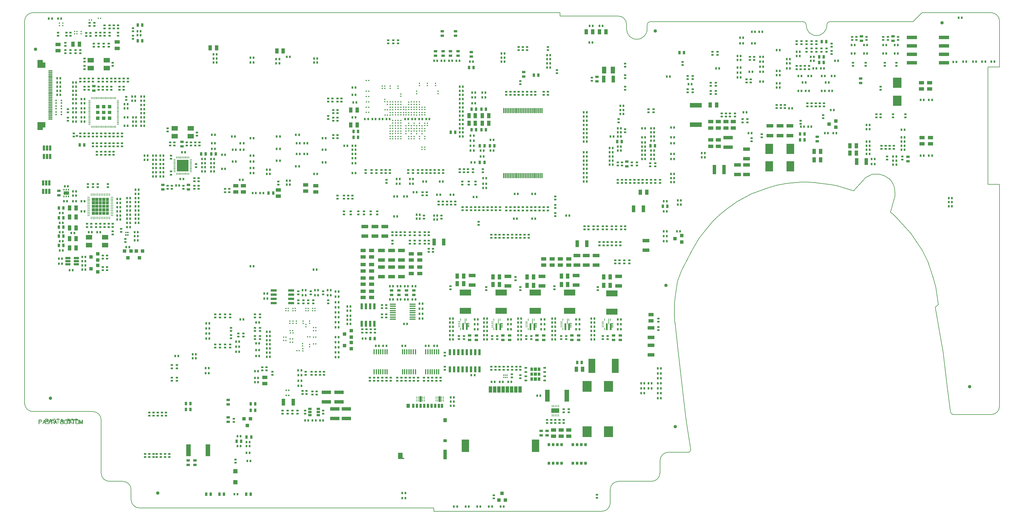
<source format=gbr>
*
G04 Job   : D:\PD-Master\Mas\Mas100n1 ACB_0001_0\Mas100n1 PPC_PORTABILE R_0.pcb*
G04 User  : SHINA:Administrator*
G04 Layer : N-SolderPasteBot.gbr*
G04 Date  : Thu Feb 04 15:45:00 2021*
G04 RSM MASTER DESIGN srl*
%ICAS*%
%MOMM*%
%FSLAX24Y24*%
%OFA0.0000B0.0000*%
G90*
G74*
%AMVB_RECTANGLE*
21,1,$1,$2,0,0,$3*
%
%AMVB_FINGER0*
$3=$1/2*
$4=$2/2*
$5=0-$4*
1,1,$2,$3-$4,0*
21,1,$1-$4,$2,$5/2,0,0*
%
%AMVB_FINGER90*
$3=$1/2*
$4=$2/2*
$5=0-$4*
1,1,$2,0,$3-$4*
21,1,$2,$1-$4,0,$5/2,0*
%
%AMVB_FINGER180*
$3=$1/2*
$4=$2/2*
1,1,$2,$4-$3,0*
21,1,$1-$4,$2,$4/2,0,0*
%
%AMVB_FINGER270*
$3=$1/2*
$4=$2/2*
1,1,$2,0,$4-$3*
21,1,$2,$1-$4,0,$4/2,0*
%
%AMVB_RCRECTANGLE*
$3=$3X2*
21,1,$1-$3,$2,0,0,0*
21,1,$1,$2-$3,0,0,0*
$1=$1/2*
$2=$2/2*
$3=$3/2*
$1=$1-$3*
$2=$2-$3*
1,1,$3X2,0-$1,0-$2*
1,1,$3X2,0-$1,$2*
1,1,$3X2,$1,$2*
1,1,$3X2,$1,0-$2*
%
%ADD10C,0.15000*%
%ADD74C,0.35560*%
%ADD71C,0.40640*%
%ADD61C,0.53340*%
%ADD11C,1.01600*%
%ADD37VB_RECTANGLE,0.32500X0.27000X270.00000*%
%ADD60VB_RECTANGLE,0.40000X0.30000X270.00000*%
%ADD59VB_RECTANGLE,0.50000X0.30000X270.00000*%
%ADD26VB_RECTANGLE,0.60000X0.25000X0.00000*%
%ADD27VB_RECTANGLE,0.60000X0.25000X270.00000*%
%ADD12VB_RECTANGLE,0.63500X0.58420X0.00000*%
%ADD13VB_RECTANGLE,0.63500X0.58420X270.00000*%
%ADD34VB_RECTANGLE,0.66040X0.45720X180.00000*%
%ADD52VB_RECTANGLE,0.70000X0.20000X270.00000*%
%ADD32VB_RECTANGLE,0.70000X0.25000X90.00000*%
%ADD56VB_RECTANGLE,0.76200X0.88900X0.00000*%
%ADD41VB_RECTANGLE,1.00000X0.80000X0.00000*%
%ADD17VB_RECTANGLE,1.01600X0.66040X0.00000*%
%ADD16VB_RECTANGLE,1.01600X0.66040X90.00000*%
%ADD45VB_RECTANGLE,1.01600X1.01600X0.00000*%
%ADD47VB_RECTANGLE,1.01600X1.01600X270.00000*%
%ADD50VB_RECTANGLE,1.19380X0.30480X0.00000*%
%ADD42VB_RECTANGLE,1.20000X0.70000X90.00000*%
%ADD40VB_RECTANGLE,1.20000X1.00000X90.00000*%
%ADD49VB_RECTANGLE,1.27000X1.27000X0.00000*%
%ADD44VB_RECTANGLE,1.52400X0.27940X270.00000*%
%ADD48VB_RECTANGLE,1.52400X0.35560X270.00000*%
%ADD72VB_RECTANGLE,1.52400X1.01600X180.00000*%
%ADD25VB_RECTANGLE,1.52400X1.01600X270.00000*%
%ADD67VB_RECTANGLE,1.60000X0.60000X180.00000*%
%ADD62VB_RECTANGLE,1.60000X0.60000X270.00000*%
%ADD28VB_RECTANGLE,1.70000X0.25000X270.00000*%
%ADD51VB_RECTANGLE,1.70000X0.70000X270.00000*%
%ADD57VB_RECTANGLE,1.77800X0.35560X0.00000*%
%ADD69VB_RECTANGLE,1.77800X0.66040X180.00000*%
%ADD30VB_RECTANGLE,1.77800X0.66040X90.00000*%
%ADD53VB_RECTANGLE,1.90000X0.95000X270.00000*%
%ADD43VB_RECTANGLE,1.90500X1.39700X0.00000*%
%ADD29VB_RECTANGLE,2.00000X0.50000X270.00000*%
%ADD18VB_RECTANGLE,2.03200X1.01600X0.00000*%
%ADD70VB_RECTANGLE,2.03200X1.01600X90.00000*%
%ADD46VB_RECTANGLE,2.03200X1.27000X270.00000*%
%ADD31VB_RECTANGLE,2.40000X1.40000X180.00000*%
%ADD73VB_RECTANGLE,2.79400X1.01600X0.00000*%
%ADD36VB_RECTANGLE,2.79400X1.01600X90.00000*%
%ADD39VB_RECTANGLE,2.80000X1.00000X90.00000*%
%ADD58VB_RECTANGLE,3.00000X2.60000X90.00000*%
%ADD68VB_RECTANGLE,3.04800X1.01600X0.00000*%
%ADD33VB_RECTANGLE,3.04800X2.28600X270.00000*%
%ADD24VB_RECTANGLE,3.30000X2.70000X270.00000*%
%ADD15VB_RECTANGLE,3.42900X1.77800X0.00000*%
%ADD38VB_RECTANGLE,3.55600X1.39700X0.00000*%
%ADD35VB_RECTANGLE,3.55600X1.39700X90.00000*%
%ADD54VB_RECTANGLE,3.70000X2.20000X270.00000*%
%ADD55VB_RECTANGLE,4.19100X2.03200X270.00000*%
%ADD21VB_FINGER0,0.60000X0.25000*%
%ADD23VB_FINGER90,0.60000X0.25000*%
%ADD22VB_FINGER180,0.60000X0.25000*%
%ADD20VB_FINGER270,0.60000X0.25000*%
%ADD75VB_FINGER0,0.80000X0.50000*%
%ADD76VB_FINGER180,0.80000X0.50000*%
%ADD65VB_FINGER0,0.80010X0.22860*%
%ADD63VB_FINGER90,0.80010X0.22860*%
%ADD66VB_FINGER180,0.80010X0.22860*%
%ADD64VB_FINGER270,0.80010X0.22860*%
%ADD14VB_RCRECTANGLE,0.40000X0.40000X0.10000*%
%ADD19VB_RCRECTANGLE,0.45000X0.45000X0.13000*%
G01*
G36*
X38500Y1171000D02*
Y1147000D01*
X54500*
Y1155000*
X62500*
Y1171000*
X38500*
Y1334000D02*
Y1358000D01*
X54500*
Y1350000*
X62500*
Y1334000*
X38500*
X117000Y952500D02*
X133000D01*
Y962500*
X117000*
Y952500*
X202000Y892000D02*
X211000D01*
Y901000*
X202000*
Y892000*
Y902500D02*
X211000D01*
Y911500*
X202000*
Y902500*
Y913000D02*
X211000D01*
Y922000*
X202000*
Y913000*
Y923500D02*
X211000D01*
Y932500*
X202000*
Y923500*
Y934000D02*
X211000D01*
Y943000*
X202000*
Y934000*
X212500Y892000D02*
X221500D01*
Y901000*
X212500*
Y892000*
Y902500D02*
X221500D01*
Y911500*
X212500*
Y902500*
Y913000D02*
X221500D01*
Y922000*
X212500*
Y913000*
Y923500D02*
X221500D01*
Y932500*
X212500*
Y923500*
Y934000D02*
X221500D01*
Y943000*
X212500*
Y934000*
X215000Y1177500D02*
X225000D01*
Y1187500*
X215000*
Y1177500*
Y1195000D02*
X225000D01*
Y1205000*
X215000*
Y1195000*
Y1212500D02*
X225000D01*
Y1222500*
X215000*
Y1212500*
X223000Y892000D02*
X232000D01*
Y901000*
X223000*
Y892000*
Y902500D02*
X232000D01*
Y911500*
X223000*
Y902500*
Y913000D02*
X232000D01*
Y922000*
X223000*
Y913000*
Y923500D02*
X232000D01*
Y932500*
X223000*
Y923500*
Y934000D02*
X232000D01*
Y943000*
X223000*
Y934000*
X232500Y1177500D02*
X242500D01*
Y1187500*
X232500*
Y1177500*
Y1195000D02*
X242500D01*
Y1205000*
X232500*
Y1195000*
Y1212500D02*
X242500D01*
Y1222500*
X232500*
Y1212500*
X233500Y892000D02*
X242500D01*
Y901000*
X233500*
Y892000*
Y902500D02*
X242500D01*
Y911500*
X233500*
Y902500*
Y913000D02*
X242500D01*
Y922000*
X233500*
Y913000*
Y923500D02*
X242500D01*
Y932500*
X233500*
Y923500*
Y934000D02*
X242500D01*
Y943000*
X233500*
Y934000*
X244000Y892000D02*
X253000D01*
Y901000*
X244000*
Y892000*
Y902500D02*
X253000D01*
Y911500*
X244000*
Y902500*
Y913000D02*
X253000D01*
Y922000*
X244000*
Y913000*
Y923500D02*
X253000D01*
Y932500*
X244000*
Y923500*
Y934000D02*
X253000D01*
Y943000*
X244000*
Y934000*
X250000Y1177500D02*
X260000D01*
Y1187500*
X250000*
Y1177500*
Y1195000D02*
X260000D01*
Y1205000*
X250000*
Y1195000*
Y1212500D02*
X260000D01*
Y1222500*
X250000*
Y1212500*
X457500Y1022500D02*
X492500D01*
Y1057500*
X457500*
Y1022500*
X1135500Y176000D02*
Y162000D01*
X1137000Y160500*
X1141000*
Y157000*
X1122500*
Y176000*
X1135500*
X1331400Y554000D02*
X1336900D01*
Y556500*
X1331400*
Y554000*
Y559000D02*
X1336900D01*
Y561500*
X1331400*
Y559000*
Y564000D02*
X1336900D01*
Y566500*
X1331400*
Y564000*
X1431400Y553500D02*
X1436900D01*
Y556000*
X1431400*
Y553500*
Y558500D02*
X1436900D01*
Y561000*
X1431400*
Y558500*
Y563500D02*
X1436900D01*
Y566000*
X1431400*
Y563500*
X1520000Y392500D02*
X1527500D01*
Y402500*
X1520000*
Y392500*
Y407500D02*
X1527500D01*
Y417500*
X1520000*
Y407500*
Y422500D02*
X1527500D01*
Y432500*
X1520000*
Y422500*
X1530000Y392500D02*
X1540000D01*
Y402500*
X1530000*
Y392500*
Y407500D02*
X1540000D01*
Y417500*
X1530000*
Y407500*
Y422500D02*
X1540000D01*
Y432500*
X1530000*
Y422500*
X1534150Y553750D02*
X1539650D01*
Y556250*
X1534150*
Y553750*
Y558750D02*
X1539650D01*
Y561250*
X1534150*
Y558750*
Y563750D02*
X1539650D01*
Y566250*
X1534150*
Y563750*
X1542500Y392500D02*
X1550000D01*
Y402500*
X1542500*
Y392500*
Y407500D02*
X1550000D01*
Y417500*
X1542500*
Y407500*
Y422500D02*
X1550000D01*
Y432500*
X1542500*
Y422500*
X1638650Y553750D02*
X1644150D01*
Y556250*
X1638650*
Y553750*
Y558750D02*
X1644150D01*
Y561250*
X1638650*
Y558750*
Y563750D02*
X1644150D01*
Y566250*
X1638650*
Y563750*
X1763650Y553750D02*
X1769150D01*
Y556250*
X1763650*
Y553750*
Y558750D02*
X1769150D01*
Y561250*
X1763650*
Y558750*
Y563750D02*
X1769150D01*
Y566250*
X1763650*
Y563750*
G37*
G54D10*
X43582Y274394D02*
X49330D01*
X50350Y273638*
X51178Y272510*
Y271034*
X50326Y269858*
X49330Y269126*
X43582*
Y274394*
X50734Y273962D02*
X50698Y273986D01*
X50674Y273998*
Y274010*
X49546Y274838*
X49486Y274862*
X49450Y274874*
X49390Y274886*
X43330*
X43234Y274862*
X43174Y274802*
X43114Y274742*
X43090Y274646*
Y263126*
X43114Y263042*
X43162Y262970*
X43246Y262934*
X43330Y262922*
X43426Y262934*
X43510Y262970*
X43558Y263042*
X43582Y263126*
Y268646*
X49390*
X49462*
X49498Y268658*
X49546Y268682*
X50674Y269498*
X50710Y269534*
X50746Y269606*
X51622Y270794*
Y270818*
X51634Y270830*
X51646Y270842*
Y270878*
X51658Y270902*
Y270938*
Y272594*
X51646Y272642*
Y272666*
X51634Y272690*
X51622Y272702*
Y272726*
X50734Y273962*
X58714Y273914D02*
X61246Y266678D01*
X56158*
X58714Y273914*
X58954Y274718D02*
X58918Y274766D01*
X58870Y274814*
X58810Y274838*
X58726Y274850*
X58654*
X58594Y274826*
X58534Y274790*
X58486Y274718*
X54442Y263222*
X54430Y263126*
X54454Y263042*
X54514Y262982*
X54598Y262946*
X54682Y262922*
X54778Y262934*
X54850Y262982*
X54898Y263066*
X56002Y266186*
X61438*
X62530Y263066*
X62578Y262982*
X62662Y262934*
X62758Y262922*
X62830Y262946*
X62902Y262982*
X62962Y263042*
X62998Y263126*
X62974Y263222*
X58954Y274718*
X62402Y276894D02*
X68150D01*
X69170Y276138*
X69998Y275010*
Y273534*
X69146Y272358*
X68150Y271626*
X62402*
Y276894*
X67006Y263930D02*
X67030Y263906D01*
X67054Y263882*
X67078Y263870*
X69190Y262898*
X69214Y262886*
X69274*
X70858*
X70894*
X70918*
X70942*
X70954Y262898*
X70978*
X73090Y263870*
X73162Y263930*
X74290Y264926*
X74314Y264950*
X74326Y264974*
X74338Y264998*
X74350Y265022*
Y265058*
X74362Y265070*
Y265094*
Y266822*
X74350Y266870*
X74326Y266930*
X74314Y266978*
X74278Y267038*
X72646Y268262*
X72562Y268286*
X67762Y269918*
X66286Y271070*
Y272570*
X67318Y273770*
X69286Y274394*
X70882*
X72862Y273782*
X73954Y272510*
X73990Y272474*
X74026Y272450*
X74062Y272438*
X74110*
X74194Y272462*
X74266Y272522*
X74326Y272594*
X74362Y272678*
Y272762*
X74314Y272834*
X73186Y274154*
X73138Y274190*
X73078Y274202*
X73066*
Y274226*
X70978Y274850*
X70942Y274874*
X70906Y274886*
X69274*
X69226Y274874*
X69190Y274850*
X67114Y274214*
X67102Y274202*
X67054Y274190*
X66994Y274142*
X65866Y272822*
X65818Y272774*
X65806Y272738*
X65794Y272678*
Y270938*
X65806Y270866*
X65830Y270806*
X65854Y270770*
X65878Y270746*
X65902Y270734*
X67510Y269498*
X67534Y269486*
X67582*
X72370Y267854*
X73882Y266690*
Y265190*
X72886Y264326*
X70834Y263378*
X69334*
X67282Y264326*
X66202Y265286*
X66118Y265322*
X66034*
X65950Y265286*
X65890Y265226*
X65842Y265154*
X65806Y265070*
Y265034*
X65818Y264998*
X65842Y264950*
X65878Y264926*
X66994Y263930*
X67006*
X69554Y276462D02*
X69518Y276486D01*
X69494Y276498*
Y276510*
X68366Y277338*
X68306Y277362*
X68270Y277374*
X68210Y277386*
X62150*
X62054Y277362*
X61994Y277302*
X61934Y277242*
X61910Y277146*
Y265626*
X61934Y265542*
X61982Y265470*
X62066Y265434*
X62150Y265422*
X62246Y265434*
X62330Y265470*
X62378Y265542*
X62402Y265626*
Y271146*
X68210*
X68282*
X68318Y271158*
X68366Y271182*
X69494Y271998*
X69530Y272034*
X69566Y272106*
X70442Y273294*
Y273318*
X70454Y273330*
X70466Y273342*
Y273378*
X70478Y273402*
Y273438*
Y275094*
X70466Y275142*
Y275166*
X70454Y275190*
X70442Y275202*
Y275226*
X69554Y276462*
X77374Y274886D02*
X77278Y274862D01*
X77218Y274814*
X77182Y274730*
X77170Y274634*
X77182Y274550*
X77218Y274466*
X77278Y274418*
X77374Y274394*
X81178*
Y263126*
X81202Y263042*
X81250Y262970*
X81334Y262934*
X81418Y262922*
X81502Y262934*
X81586Y262970*
X81634Y263042*
X81658Y263126*
Y274394*
X85462*
X85558Y274418*
X85618Y274466*
X85654Y274550*
X85666Y274634*
X85654Y274730*
X85618Y274814*
X85558Y274862*
X85462Y274886*
X77374*
X77534Y276414D02*
X80066Y269178D01*
X74978*
X77534Y276414*
X77774Y277218D02*
X77738Y277266D01*
X77690Y277314*
X77630Y277338*
X77546Y277350*
X77474*
X77414Y277326*
X77354Y277290*
X77306Y277218*
X73262Y265722*
X73250Y265626*
X73274Y265542*
X73334Y265482*
X73418Y265446*
X73502Y265422*
X73598Y265434*
X73670Y265482*
X73718Y265566*
X74822Y268686*
X80258*
X81350Y265566*
X81398Y265482*
X81482Y265434*
X81578Y265422*
X81650Y265446*
X81722Y265482*
X81782Y265542*
X81818Y265626*
X81794Y265722*
X77774Y277218*
X85826Y266430D02*
X85850Y266406D01*
X85874Y266382*
X85898Y266370*
X88010Y265398*
X88034Y265386*
X88094*
X89678*
X89714*
X89738*
X89762*
X89774Y265398*
X89798*
X91910Y266370*
X91982Y266430*
X93110Y267426*
X93134Y267450*
X93146Y267474*
X93158Y267498*
X93170Y267522*
Y267558*
X93182Y267570*
Y267594*
Y269322*
X93170Y269370*
X93146Y269430*
X93134Y269478*
X93098Y269538*
X91466Y270762*
X91382Y270786*
X86582Y272418*
X85106Y273570*
Y275070*
X86138Y276270*
X88106Y276894*
X89702*
X91682Y276282*
X92774Y275010*
X92810Y274974*
X92846Y274950*
X92882Y274938*
X92930*
X93014Y274962*
X93086Y275022*
X93146Y275094*
X93182Y275178*
Y275262*
X93134Y275334*
X92006Y276654*
X91958Y276690*
X91898Y276702*
X91886*
Y276726*
X89798Y277350*
X89762Y277374*
X89726Y277386*
X88094*
X88046Y277374*
X88010Y277350*
X85934Y276714*
X85922Y276702*
X85874Y276690*
X85814Y276642*
X84686Y275322*
X84638Y275274*
X84626Y275238*
X84614Y275178*
Y273438*
X84626Y273366*
X84650Y273306*
X84674Y273270*
X84698Y273246*
X84722Y273234*
X86330Y271998*
X86354Y271986*
X86402*
X91190Y270354*
X92702Y269190*
Y267690*
X91706Y266826*
X89654Y265878*
X88154*
X86102Y266826*
X85022Y267786*
X84938Y267822*
X84854*
X84770Y267786*
X84710Y267726*
X84662Y267654*
X84626Y267570*
Y267534*
X84638Y267498*
X84662Y267450*
X84698Y267426*
X85814Y266430*
X85826*
X92758Y273914D02*
X95290Y266678D01*
X90202*
X92758Y273914*
X92998Y274718D02*
X92962Y274766D01*
X92914Y274814*
X92854Y274838*
X92770Y274850*
X92698*
X92638Y274826*
X92578Y274790*
X92530Y274718*
X88486Y263222*
X88474Y263126*
X88498Y263042*
X88558Y262982*
X88642Y262946*
X88726Y262922*
X88822Y262934*
X88894Y262982*
X88942Y263066*
X90046Y266186*
X95482*
X96574Y263066*
X96622Y262982*
X96706Y262934*
X96802Y262922*
X96874Y262946*
X96946Y262982*
X97006Y263042*
X97042Y263126*
X97018Y263222*
X92998Y274718*
X96194Y277386D02*
X96098Y277362D01*
X96038Y277314*
X96002Y277230*
X95990Y277134*
X96002Y277050*
X96038Y276966*
X96098Y276918*
X96194Y276894*
X99998*
Y265626*
X100022Y265542*
X100070Y265470*
X100154Y265434*
X100238Y265422*
X100322Y265434*
X100406Y265470*
X100454Y265542*
X100478Y265626*
Y276894*
X104282*
X104378Y276918*
X104438Y276966*
X104474Y277050*
X104486Y277134*
X104474Y277230*
X104438Y277314*
X104378Y277362*
X104282Y277386*
X96194*
X108910Y269606D02*
X114454D01*
X115774Y270290*
X116506Y271730*
Y272594*
X115786Y273626*
X114502Y274394*
X108910*
Y269606*
X111578Y276414D02*
X114110Y269178D01*
X109022*
X111578Y276414*
X111818Y277218D02*
X111782Y277266D01*
X111734Y277314*
X111674Y277338*
X111590Y277350*
X111518*
X111458Y277326*
X111398Y277290*
X111350Y277218*
X107306Y265722*
X107294Y265626*
X107318Y265542*
X107378Y265482*
X107462Y265446*
X107546Y265422*
X107642Y265434*
X107714Y265482*
X107762Y265566*
X108866Y268686*
X114302*
X115394Y265566*
X115442Y265482*
X115526Y265434*
X115622Y265422*
X115694Y265446*
X115766Y265482*
X115826Y265542*
X115862Y265626*
X115838Y265722*
X111818Y277218*
X114394Y269114D02*
X108910D01*
Y263378*
X114574*
X115774Y264134*
X116506Y265646*
Y266762*
X115786Y267890*
X114394Y269114*
X116110Y263774D02*
X114730Y262886D01*
X108658*
X108574Y262910*
X108490Y262958*
X108442Y263042*
X108418Y263126*
Y274646*
X108442Y274730*
X108490Y274802*
X108574Y274862*
X108658Y274886*
X114658*
X116098Y274010*
X116986Y272738*
Y271634*
X116110Y269930*
X114934Y269318*
X116098Y268250*
X116986Y266882*
Y265538*
X116110Y263774*
X120250Y265658D02*
Y272114D01*
X120490Y273266*
X120970Y273842*
X122134Y274262*
X123262Y274394*
X124810*
X124834*
X125962Y274262*
X127114Y273842*
X127594Y273266*
X127846Y272114*
Y265658*
X127606Y264530*
X127138Y264098*
X125914Y263498*
X124834Y263378*
X123286*
X123262*
X122170Y263498*
X120958Y264098*
X120490Y264530*
X120250Y265658*
X127366Y263654D02*
X127438Y263714D01*
X128002Y264242*
X128014Y264278*
X128074Y264362*
X128326Y265562*
Y265646*
Y272114*
Y272210*
X128074Y273410*
X128050Y273434*
X128038Y273458*
X128026Y273470*
X128002Y273518*
X127438Y274214*
X127414*
X127402Y274238*
Y274250*
X127366Y274274*
X127330Y274286*
X126082Y274694*
X126046Y274718*
X126010Y274730*
X124882Y274886*
X124870*
X123250*
X123202*
X123190*
X122074Y274730*
X122038Y274718*
X122002Y274694*
X120766Y274286*
X120718Y274262*
X120706Y274250*
X120670Y274214*
X120082Y273518*
X120058Y273482*
X120046*
X120022Y273446*
X120010Y273410*
X119758Y272210*
X119746Y272162*
X119758Y272114*
Y265646*
X119746Y265610*
X119758Y265562*
X120010Y264362*
X120022Y264302*
X120070Y264278*
Y264266*
X120106Y264242*
X120670Y263714*
X120682*
X120754Y263654*
X122002Y263054*
X122026Y263042*
X122050*
X122074*
X123190Y262886*
X123238*
X123250*
X124834*
X124870*
X124882*
X126010Y263042*
X126034*
X126058Y263054*
X126082*
X127366Y263654*
X127730Y272106D02*
X133274D01*
X134594Y272790*
X135326Y274230*
Y275094*
X134606Y276126*
X133322Y276894*
X127730*
Y272106*
X131338Y274886D02*
X131242Y274862D01*
X131182Y274814*
X131146Y274730*
X131134Y274634*
X131146Y274550*
X131182Y274466*
X131242Y274418*
X131338Y274394*
X135142*
Y263126*
X135166Y263042*
X135214Y262970*
X135298Y262934*
X135382Y262922*
X135466Y262934*
X135550Y262970*
X135598Y263042*
X135622Y263126*
Y274394*
X139426*
X139522Y274418*
X139582Y274466*
X139618Y274550*
X139630Y274634*
X139618Y274730*
X139582Y274814*
X139522Y274862*
X139426Y274886*
X131338*
X133214Y271614D02*
X127730D01*
Y265878*
X133394*
X134594Y266634*
X135326Y268146*
Y269262*
X134606Y270390*
X133214Y271614*
X134930Y266274D02*
X133550Y265386D01*
X127478*
X127394Y265410*
X127310Y265458*
X127262Y265542*
X127238Y265626*
Y277146*
X127262Y277230*
X127310Y277302*
X127394Y277362*
X127478Y277386*
X133478*
X134918Y276510*
X135806Y275238*
Y274134*
X134930Y272430*
X133754Y271818*
X134918Y270750*
X135806Y269382*
Y268038*
X134930Y266274*
X139070Y268158D02*
Y274614D01*
X139310Y275766*
X139790Y276342*
X140954Y276762*
X142082Y276894*
X143630*
X143654*
X144782Y276762*
X145934Y276342*
X146414Y275766*
X146666Y274614*
Y268158*
X146426Y267030*
X145958Y266598*
X144734Y265998*
X143654Y265878*
X142106*
X142082*
X140990Y265998*
X139778Y266598*
X139310Y267030*
X139070Y268158*
X142678Y274886D02*
X142582Y274862D01*
X142522Y274814*
X142486Y274730*
X142474Y274634*
X142486Y274550*
X142522Y274466*
X142582Y274418*
X142678Y274394*
X146482*
Y263126*
X146506Y263042*
X146554Y262970*
X146638Y262934*
X146722Y262922*
X146806Y262934*
X146890Y262970*
X146938Y263042*
X146962Y263126*
Y274394*
X150766*
X150862Y274418*
X150922Y274466*
X150958Y274550*
X150970Y274634*
X150958Y274730*
X150922Y274814*
X150862Y274862*
X150766Y274886*
X142678*
X146186Y266154D02*
X146258Y266214D01*
X146822Y266742*
X146834Y266778*
X146894Y266862*
X147146Y268062*
Y268146*
Y274614*
Y274710*
X146894Y275910*
X146870Y275934*
X146858Y275958*
X146846Y275970*
X146822Y276018*
X146258Y276714*
X146234*
X146222Y276738*
Y276750*
X146186Y276774*
X146150Y276786*
X144902Y277194*
X144866Y277218*
X144830Y277230*
X143702Y277386*
X143690*
X142070*
X142022*
X142010*
X140894Y277230*
X140858Y277218*
X140822Y277194*
X139586Y276786*
X139538Y276762*
X139526Y276750*
X139490Y276714*
X138902Y276018*
X138878Y275982*
X138866*
X138842Y275946*
X138830Y275910*
X138578Y274710*
X138566Y274662*
X138578Y274614*
Y268146*
X138566Y268110*
X138578Y268062*
X138830Y266862*
X138842Y266802*
X138890Y266778*
Y266766*
X138926Y266742*
X139490Y266214*
X139502*
X139574Y266154*
X140822Y265554*
X140846Y265542*
X140870*
X140894*
X142010Y265386*
X142058*
X142070*
X143654*
X143690*
X143702*
X144830Y265542*
X144854*
X144878Y265554*
X144902*
X146186Y266154*
X150158Y277386D02*
X150062Y277362D01*
X150002Y277314*
X149966Y277230*
X149954Y277134*
X149966Y277050*
X150002Y276966*
X150062Y276918*
X150158Y276894*
X153962*
Y265626*
X153986Y265542*
X154034Y265470*
X154118Y265434*
X154202Y265422*
X154286Y265434*
X154370Y265470*
X154418Y265542*
X154442Y265626*
Y276894*
X158246*
X158342Y276918*
X158402Y276966*
X158438Y277050*
X158450Y277134*
X158438Y277230*
X158402Y277314*
X158342Y277362*
X158246Y277386*
X150158*
X154270Y265658D02*
Y272114D01*
X154510Y273266*
X154990Y273842*
X156154Y274262*
X157282Y274394*
X158830*
X158854*
X159982Y274262*
X161134Y273842*
X161614Y273266*
X161866Y272114*
Y265658*
X161626Y264530*
X161158Y264098*
X159934Y263498*
X158854Y263378*
X157306*
X157282*
X156190Y263498*
X154978Y264098*
X154510Y264530*
X154270Y265658*
X161386Y263654D02*
X161458Y263714D01*
X162022Y264242*
X162034Y264278*
X162094Y264362*
X162346Y265562*
Y265646*
Y272114*
Y272210*
X162094Y273410*
X162070Y273434*
X162058Y273458*
X162046Y273470*
X162022Y273518*
X161458Y274214*
X161434*
X161422Y274238*
Y274250*
X161386Y274274*
X161350Y274286*
X160102Y274694*
X160066Y274718*
X160030Y274730*
X158902Y274886*
X158890*
X157270*
X157222*
X157210*
X156094Y274730*
X156058Y274718*
X156022Y274694*
X154786Y274286*
X154738Y274262*
X154726Y274250*
X154690Y274214*
X154102Y273518*
X154078Y273482*
X154066*
X154042Y273446*
X154030Y273410*
X153778Y272210*
X153766Y272162*
X153778Y272114*
Y265646*
X153766Y265610*
X153778Y265562*
X154030Y264362*
X154042Y264302*
X154090Y264278*
Y264266*
X154126Y264242*
X154690Y263714*
X154702*
X154774Y263654*
X156022Y263054*
X156046Y263042*
X156070*
X156094*
X157210Y262886*
X157258*
X157270*
X158854*
X158890*
X158902*
X160030Y263042*
X160054*
X160078Y263054*
X160102*
X161386Y263654*
X165598Y274718D02*
X165562Y274766D01*
X165514Y274814*
X165466Y274826*
X165406Y274838*
X165322Y274850*
X165226Y274826*
X165178Y274790*
X165142Y274754*
X165130Y274706*
X165118Y274646*
Y274622*
Y263126*
X165142Y263042*
X165190Y262970*
X165274Y262934*
X165358Y262922*
X165454Y262934*
X165538Y262970*
X165586Y263042*
X165610Y263126*
Y273314*
X169174Y263882*
X169210Y263822*
X169258Y263774*
X169318Y263750*
X169402*
X169486*
X169546Y263774*
X169606Y263822*
X169642Y263882*
X173206Y273314*
Y263126*
X173230Y263042*
X173278Y262970*
X173362Y262934*
X173446Y262922*
X173530Y262934*
X173614Y262970*
X173662Y263042*
X173686Y263126*
Y274646*
X173650Y274754*
X173590Y274826*
X173494Y274850*
X173374Y274838*
X173326Y274826*
X173290Y274814*
X173254Y274766*
X173218Y274718*
X173206Y274682*
X169402Y264638*
X165610Y274682*
X165598Y274718*
X2930000Y1337000D02*
X2895000D01*
Y984000*
X2930000*
Y316000*
G02X2905000Y291000I25000*
G01X2792719*
G02X2782812Y299638J10000*
G01X2773000Y371000*
X2761000Y478000*
X2737000Y614000*
X2746000Y622000*
X2739000Y674000*
X2731000Y702000*
X2715000Y751000*
X2697000Y786000*
X2663000Y836000*
X2623000Y881000*
X2610000Y894000*
X2602000Y900000*
X2609000Y924000*
X2615000Y945000*
X2616000Y950000*
Y956000*
X2615000Y969000*
X2614000Y974000*
X2611000Y983000*
X2608000Y989000*
X2601000Y998000*
X2588000Y1007000*
X2583000Y1010000*
X2569000Y1014000*
X2550000*
X2544000Y1012000*
X2528000Y1004000*
X2491000Y964000*
X2441000Y979000*
X2423000Y983000*
X2375000Y989000*
X2354000Y990000*
X2332000*
X2289000Y986000*
X2261000Y981000*
X2233000Y973000*
X2184000Y955000*
X2142000Y932000*
X2112000Y911000*
X2090000Y893000*
X2080000Y884000*
X2066000Y870000*
X2044000Y843000*
X2027000Y822000*
X2007000Y787000*
X1975000Y725000*
X1962000Y692000*
X1955000Y647000*
X1953000Y623000*
Y591000*
X1954000Y571000*
X1955000Y563000*
X1963000Y491000*
X1982000Y329000*
X1987000Y285000*
X1990000Y261000*
X2001575Y185994*
G02X2001663Y184850I7412J1144*
X1996833Y177841I7500*
G01X1934619Y177597*
G03X1909719Y152883I98J25000*
G01X1909282Y114714*
G02X1884284Y90000I24998J286*
G01X1785000*
G03X1760000Y65000J25000*
G01Y25000*
G02X1735000Y0I25000*
G01X1230000*
Y10000*
X345000*
G02X320000Y35000J25000*
G01Y65000*
G03X295000Y90000I25000*
G01X255000*
G02X230000Y115000J25000*
G01Y275000*
G03X205000Y300000I25000*
G01X25000*
G02X0Y325000J25000*
G01Y1475000*
G02X25000Y1500000I25000*
G01X1609000*
Y1490000*
X1784000*
G02X1809000Y1465000J25000*
G01Y1451000*
G03X1840000Y1420000I31000*
X1871000Y1451000J31000*
G01Y1463000*
G02X1881000Y1473000I10000*
G01X2339000*
G02X2349000Y1463000J10000*
G01Y1462000*
G03X2380000Y1431000I31000*
X2411000Y1462000J31000*
G01Y1463000*
G02X2421000Y1473000I10000*
G01X2670000*
X2697500Y1500000*
X2905000*
G02X2930000Y1475000J25000*
G01Y1337000*
G54D11*
X32500Y1390000D03*
X77500Y340000D03*
X400000Y55000D03*
X1895000Y1445000D03*
X1927500Y680000D03*
X1955000Y255000D03*
X2757500Y1470000D03*
X2840000Y375000D03*
G54D12*
X100500Y1430301D03*
Y1439699D03*
X122500Y1377801D03*
Y1387199D03*
Y1400301D03*
Y1409699D03*
X125500Y1430301D03*
Y1439699D03*
X130000Y1175301D03*
Y1184699D03*
Y1200301D03*
Y1209699D03*
X137500Y1377801D03*
Y1387199D03*
X138000Y1430301D03*
Y1439699D03*
X147500Y1127801D03*
Y1137199D03*
X152500Y1377801D03*
Y1387199D03*
X167500Y1127801D03*
Y1137199D03*
Y1292801D03*
Y1302199D03*
Y1377801D03*
Y1387199D03*
X180000Y1127801D03*
Y1137199D03*
Y1267801D03*
Y1277199D03*
Y1292801D03*
Y1302199D03*
Y1330301D03*
Y1339699D03*
Y1352801D03*
Y1362199D03*
X185000Y1429801D03*
Y1439199D03*
X187500Y855301D03*
Y864699D03*
X190000Y975301D03*
Y984699D03*
X192500Y1127801D03*
Y1137199D03*
Y1267801D03*
Y1277199D03*
Y1292801D03*
Y1302199D03*
X195000Y1460301D03*
Y1469699D03*
X197500Y1429801D03*
Y1439199D03*
X200000Y855301D03*
Y864699D03*
X205000Y975301D03*
Y984699D03*
Y1097801D03*
Y1107199D03*
Y1127801D03*
Y1137199D03*
Y1292801D03*
Y1302199D03*
X207500Y1397801D03*
Y1407199D03*
X210000Y1460301D03*
Y1469699D03*
X215000Y855301D03*
Y864699D03*
Y1430301D03*
Y1439699D03*
X217500Y1072801D03*
Y1082199D03*
Y1097801D03*
Y1107199D03*
Y1127801D03*
Y1137199D03*
X220000Y975301D03*
Y984699D03*
X222500Y1267801D03*
Y1277199D03*
Y1292801D03*
Y1302199D03*
Y1397801D03*
Y1407199D03*
X227500Y855301D03*
Y864699D03*
Y1430301D03*
Y1439699D03*
X230000Y1072801D03*
Y1082199D03*
Y1097801D03*
Y1107199D03*
Y1127801D03*
Y1137199D03*
X235000Y725301D03*
Y734699D03*
Y760301D03*
Y769699D03*
Y1267801D03*
Y1277199D03*
Y1292801D03*
Y1302199D03*
X237500Y1397801D03*
Y1407199D03*
X240000Y855301D03*
Y864699D03*
Y1430301D03*
Y1439699D03*
Y1452801D03*
Y1462199D03*
X242500Y1072801D03*
Y1082199D03*
Y1097801D03*
Y1107199D03*
Y1127801D03*
Y1137199D03*
X247500Y725301D03*
Y734699D03*
Y760301D03*
Y769699D03*
Y1267801D03*
Y1277199D03*
Y1292801D03*
Y1302199D03*
X250000Y975301D03*
Y984699D03*
X252500Y855301D03*
Y864699D03*
Y1397801D03*
Y1407199D03*
X255000Y1072801D03*
Y1082199D03*
Y1097801D03*
Y1107199D03*
Y1127801D03*
Y1137199D03*
Y1430301D03*
Y1439699D03*
Y1452801D03*
Y1462199D03*
X260000Y1267801D03*
Y1277199D03*
Y1292801D03*
Y1302199D03*
X265000Y832801D03*
Y842199D03*
Y855301D03*
Y864699D03*
Y1340301D03*
Y1349699D03*
X267500Y1072801D03*
Y1082199D03*
Y1097801D03*
Y1107199D03*
Y1127801D03*
Y1137199D03*
X268000Y1452801D03*
Y1462199D03*
X272500Y1292801D03*
Y1302199D03*
X280000Y1097801D03*
Y1107199D03*
Y1127801D03*
Y1137199D03*
X280500Y1430301D03*
Y1439699D03*
Y1452801D03*
Y1462199D03*
X285000Y1267801D03*
Y1277199D03*
Y1292801D03*
Y1302199D03*
X290000Y840301D03*
Y849699D03*
X292500Y1097801D03*
Y1107199D03*
Y1127801D03*
Y1137199D03*
X297500Y1267801D03*
Y1277199D03*
Y1292801D03*
Y1302199D03*
X302500Y810301D03*
Y819699D03*
X305000Y1237801D03*
Y1247199D03*
X310000Y1292801D03*
Y1302199D03*
X325500Y1421301D03*
Y1430699D03*
Y1443801D03*
Y1453199D03*
X362000Y162801D03*
Y172199D03*
X374500Y162801D03*
Y172199D03*
X375000Y287801D03*
Y297199D03*
X387000Y162801D03*
Y172199D03*
X387500Y287801D03*
Y297199D03*
X397000Y162801D03*
Y172199D03*
X400000Y287801D03*
Y297199D03*
X409500Y162801D03*
Y172199D03*
X412500Y287801D03*
Y297199D03*
X422000Y162801D03*
Y172199D03*
X425000Y287801D03*
Y297199D03*
X430000Y970301D03*
Y979699D03*
Y1142801D03*
Y1152199D03*
X434500Y162801D03*
Y172199D03*
X437500Y1100301D03*
Y1109699D03*
X440000Y1012801D03*
Y1022199D03*
Y1060301D03*
Y1069699D03*
X442500Y392801D03*
Y402199D03*
Y430301D03*
Y439699D03*
Y970301D03*
Y979699D03*
X450000Y1100301D03*
Y1109699D03*
X457500Y392801D03*
Y402199D03*
Y430301D03*
Y439699D03*
X477500Y970301D03*
Y979699D03*
X487500Y1100301D03*
Y1109699D03*
X500000Y1100301D03*
Y1109699D03*
X510000Y970301D03*
Y979699D03*
Y992801D03*
Y1002199D03*
X512500Y1100301D03*
Y1109699D03*
X515000Y1035301D03*
Y1044699D03*
X517500Y1130301D03*
Y1139699D03*
X522500Y970301D03*
Y979699D03*
Y992801D03*
Y1002199D03*
X525000Y1100301D03*
Y1109699D03*
X572500Y492801D03*
Y502199D03*
Y582801D03*
Y592199D03*
X587500Y492801D03*
Y502199D03*
Y582801D03*
Y592199D03*
X602500Y492801D03*
Y502199D03*
Y582801D03*
Y592199D03*
Y960301D03*
Y969699D03*
X615000Y960301D03*
Y969699D03*
X617500Y492801D03*
Y502199D03*
Y582801D03*
Y592199D03*
X620000Y520301D03*
Y529699D03*
Y542801D03*
Y552199D03*
X629000Y268801D03*
Y278199D03*
X634000Y146301D03*
Y155699D03*
X642500Y525301D03*
Y534699D03*
X657500Y525301D03*
Y534699D03*
X692500Y517801D03*
Y527199D03*
Y542801D03*
Y552199D03*
Y582801D03*
Y592199D03*
X707500Y517801D03*
Y527199D03*
Y542801D03*
Y552199D03*
Y582801D03*
Y592199D03*
X714330Y423891D03*
Y433289D03*
X726830Y423891D03*
Y433289D03*
X745000Y410301D03*
Y419699D03*
X762500Y982801D03*
Y992199D03*
X775000Y293911D03*
Y303309D03*
X790000Y293911D03*
Y303309D03*
X805000Y293911D03*
Y303309D03*
X820000Y293911D03*
Y303309D03*
X822500Y625301D03*
Y634699D03*
Y652801D03*
Y662199D03*
X835000Y352801D03*
Y362199D03*
X837500Y625301D03*
Y634699D03*
X842500Y293911D03*
Y303309D03*
X845000Y410301D03*
Y419699D03*
X847500Y352801D03*
Y362199D03*
X852500Y625301D03*
Y634699D03*
X860000Y652801D03*
Y662199D03*
X862500Y410301D03*
Y419699D03*
X865000Y351411D03*
Y360809D03*
X867500Y625301D03*
Y634699D03*
X875000Y410301D03*
Y419699D03*
X877500Y351411D03*
Y360809D03*
X887500Y410301D03*
Y419699D03*
X897500Y293911D03*
Y303309D03*
Y652801D03*
Y662199D03*
X900000Y410301D03*
Y419699D03*
X912500Y625301D03*
Y634699D03*
Y1180301D03*
Y1189699D03*
Y1232801D03*
Y1242199D03*
X925000Y1232801D03*
Y1242199D03*
X927500Y1122801D03*
Y1132199D03*
Y1175301D03*
Y1184699D03*
Y1197801D03*
Y1207199D03*
X940000Y940301D03*
Y949699D03*
Y1122801D03*
Y1132199D03*
Y1175301D03*
Y1184699D03*
Y1197801D03*
Y1207199D03*
Y1232801D03*
Y1242199D03*
X952500Y1232801D03*
Y1242199D03*
X960000Y892801D03*
Y902199D03*
Y940301D03*
Y949699D03*
X972500Y940301D03*
Y949699D03*
X980000Y892801D03*
Y902199D03*
X985000Y940301D03*
Y949699D03*
X1002500Y892801D03*
Y902199D03*
X1015000Y537801D03*
Y547199D03*
X1020000Y892801D03*
Y902199D03*
X1025000Y1017801D03*
Y1027199D03*
X1027500Y537801D03*
Y547199D03*
X1037500Y392801D03*
Y402199D03*
X1040000Y537801D03*
Y547199D03*
Y892801D03*
Y902199D03*
X1042500Y1017801D03*
Y1027199D03*
X1050000Y392801D03*
Y402199D03*
X1052500Y537801D03*
Y547199D03*
X1057500Y1017801D03*
Y1027199D03*
X1060000Y892801D03*
Y902199D03*
X1062500Y392801D03*
Y402199D03*
X1072500Y1017801D03*
Y1027199D03*
X1074000Y583301D03*
Y592699D03*
Y610801D03*
Y620199D03*
X1075000Y392801D03*
Y402199D03*
X1085000Y1017801D03*
Y1027199D03*
X1086500Y583301D03*
Y592699D03*
Y610801D03*
Y620199D03*
X1087500Y392801D03*
Y402199D03*
Y987801D03*
Y997199D03*
X1092500Y1407801D03*
Y1417199D03*
X1097500Y1017801D03*
Y1027199D03*
X1100000Y392801D03*
Y402199D03*
X1105000Y805301D03*
Y814699D03*
Y830301D03*
Y839699D03*
X1107500Y1407801D03*
Y1417199D03*
X1117500Y830301D03*
Y839699D03*
X1120000Y392801D03*
Y402199D03*
X1122500Y1407801D03*
Y1417199D03*
X1130000Y830301D03*
Y839699D03*
X1132500Y392801D03*
Y402199D03*
X1142500Y830301D03*
Y839699D03*
X1145000Y392801D03*
Y402199D03*
X1152500Y1017801D03*
Y1027199D03*
X1157500Y392801D03*
Y402199D03*
Y805301D03*
Y814699D03*
Y830301D03*
Y839699D03*
X1167500Y1017801D03*
Y1027199D03*
X1170000Y392801D03*
Y402199D03*
X1172500Y805301D03*
Y814699D03*
Y830301D03*
Y839699D03*
X1182500Y392801D03*
Y402199D03*
Y1017801D03*
Y1027199D03*
X1187500Y805301D03*
Y814699D03*
Y830301D03*
Y839699D03*
X1195000Y1017801D03*
Y1027199D03*
X1195750Y950551D03*
Y959949D03*
X1200000Y392801D03*
Y402199D03*
Y880301D03*
Y889699D03*
X1202500Y805301D03*
Y814699D03*
Y830301D03*
Y839699D03*
X1207500Y1017801D03*
Y1027199D03*
X1208250Y950551D03*
Y959949D03*
X1212500Y392801D03*
Y402199D03*
X1215000Y780301D03*
Y789699D03*
Y805301D03*
Y814699D03*
Y830301D03*
Y839699D03*
X1220000Y1017801D03*
Y1027199D03*
X1225000Y392801D03*
Y402199D03*
X1227500Y780301D03*
Y789699D03*
X1232500Y1017801D03*
Y1027199D03*
X1237500Y392801D03*
Y402199D03*
X1244250Y922551D03*
Y931949D03*
X1245000Y1017801D03*
Y1027199D03*
X1250000Y392801D03*
Y402199D03*
X1252500Y880301D03*
Y889699D03*
X1256750Y922551D03*
Y931949D03*
X1257500Y1017801D03*
Y1027199D03*
X1262500Y425301D03*
Y434699D03*
Y467801D03*
Y477199D03*
X1269250Y922551D03*
Y931949D03*
X1280000Y667801D03*
Y677199D03*
X1281750Y922551D03*
Y931949D03*
X1294250Y922551D03*
Y931949D03*
X1305000Y517801D03*
Y527199D03*
X1307500Y1020301D03*
Y1029699D03*
X1315000Y982801D03*
Y992199D03*
X1316500Y905801D03*
Y915199D03*
X1320000Y517801D03*
Y527199D03*
Y1020301D03*
Y1029699D03*
X1329000Y905801D03*
Y915199D03*
X1332500Y1020301D03*
Y1029699D03*
X1335000Y982801D03*
Y992199D03*
X1341500Y905801D03*
Y915199D03*
X1347500Y1020301D03*
Y1029699D03*
X1354000Y905801D03*
Y915199D03*
X1355000Y982801D03*
Y992199D03*
X1364500Y861801D03*
Y871199D03*
X1366500Y905801D03*
Y915199D03*
X1377500Y1020301D03*
Y1029699D03*
X1379000Y905801D03*
Y915199D03*
X1387500Y665301D03*
Y674699D03*
X1391500Y905801D03*
Y915199D03*
X1402500Y425301D03*
Y434699D03*
Y822801D03*
Y832199D03*
X1404000Y905801D03*
Y915199D03*
X1405000Y517801D03*
Y527199D03*
X1410000Y38801D03*
Y48199D03*
X1415000Y425301D03*
Y434699D03*
Y822801D03*
Y832199D03*
X1416500Y905801D03*
Y915199D03*
X1420000Y517801D03*
Y527199D03*
X1427500Y425301D03*
Y434699D03*
Y822801D03*
Y832199D03*
X1429000Y905801D03*
Y915199D03*
X1440000Y425301D03*
Y434699D03*
Y822801D03*
Y832199D03*
X1447500Y905301D03*
Y914699D03*
Y1252801D03*
Y1262199D03*
X1452500Y425301D03*
Y434699D03*
Y822801D03*
Y832199D03*
X1460000Y905301D03*
Y914699D03*
Y1252801D03*
Y1262199D03*
X1463990Y402401D03*
Y411799D03*
X1465000Y425301D03*
Y434699D03*
Y822801D03*
Y832199D03*
X1472500Y905301D03*
Y914699D03*
Y1252801D03*
Y1262199D03*
X1475000Y695301D03*
Y704699D03*
X1477500Y425301D03*
Y434699D03*
Y822801D03*
Y832199D03*
X1485000Y905301D03*
Y914699D03*
Y1252801D03*
Y1262199D03*
Y1387801D03*
Y1397199D03*
X1490000Y400301D03*
Y409699D03*
Y425301D03*
Y434699D03*
Y665301D03*
Y674699D03*
Y822801D03*
Y832199D03*
Y1285301D03*
Y1294699D03*
X1497500Y905301D03*
Y914699D03*
Y1252801D03*
Y1262199D03*
Y1387801D03*
Y1397199D03*
X1502500Y822801D03*
Y832199D03*
X1507500Y517801D03*
Y527199D03*
X1510000Y905301D03*
Y914699D03*
Y1252801D03*
Y1262199D03*
Y1387801D03*
Y1397199D03*
X1515000Y822801D03*
Y832199D03*
X1522500Y517801D03*
Y527199D03*
Y905301D03*
Y914699D03*
Y1252801D03*
Y1262199D03*
X1535000Y905301D03*
Y914699D03*
Y1252801D03*
Y1262199D03*
X1547500Y905301D03*
Y914699D03*
X1560000Y905301D03*
Y914699D03*
Y1252801D03*
Y1262199D03*
X1570000Y265301D03*
Y274699D03*
X1572500Y905301D03*
Y914699D03*
Y1252801D03*
Y1262199D03*
Y1387801D03*
Y1397199D03*
X1582500Y265301D03*
Y274699D03*
X1592500Y667801D03*
Y677199D03*
X1595000Y265301D03*
Y274699D03*
Y887801D03*
Y897199D03*
Y912801D03*
Y922199D03*
Y937801D03*
Y947199D03*
X1600000Y1317801D03*
Y1327199D03*
X1607500Y265301D03*
Y274699D03*
X1612500Y517801D03*
Y527199D03*
X1620000Y265301D03*
Y274699D03*
Y297801D03*
Y307199D03*
X1627500Y517801D03*
Y527199D03*
X1635000Y297801D03*
Y307199D03*
X1682500Y847801D03*
Y857199D03*
X1695000Y847801D03*
Y857199D03*
X1705000Y1295301D03*
Y1304699D03*
X1710000Y847801D03*
Y857199D03*
X1720000Y40301D03*
Y49699D03*
X1722500Y665301D03*
Y674699D03*
Y847801D03*
Y857199D03*
X1727500Y800301D03*
Y809699D03*
X1737500Y517801D03*
Y527199D03*
Y847801D03*
Y857199D03*
X1740000Y800301D03*
Y809699D03*
X1750000Y847801D03*
Y857199D03*
X1752500Y517801D03*
Y527199D03*
Y800301D03*
Y809699D03*
X1765000Y800301D03*
Y809699D03*
Y847801D03*
Y857199D03*
X1775000Y745301D03*
Y754699D03*
X1777500Y800301D03*
Y809699D03*
Y847801D03*
Y857199D03*
X1782500Y987801D03*
Y997199D03*
Y1040301D03*
Y1049699D03*
X1785000Y1170301D03*
Y1179699D03*
X1787500Y745301D03*
Y754699D03*
X1790000Y800301D03*
Y809699D03*
X1792500Y847801D03*
Y857199D03*
X1795000Y987801D03*
Y997199D03*
Y1040301D03*
Y1049699D03*
X1802500Y745301D03*
Y754699D03*
X1805000Y847801D03*
Y857199D03*
Y1140301D03*
Y1149699D03*
Y1267801D03*
Y1277199D03*
Y1302801D03*
Y1312199D03*
Y1337801D03*
Y1347199D03*
X1807500Y987801D03*
Y997199D03*
X1817500Y745301D03*
Y754699D03*
X1820000Y987801D03*
Y997199D03*
X1825000Y1040301D03*
Y1049699D03*
X1832500Y987801D03*
Y997199D03*
X1840000Y1040301D03*
Y1049699D03*
X1845000Y987801D03*
Y997199D03*
X1857500Y987801D03*
Y997199D03*
X1870000Y987801D03*
Y997199D03*
X1875000Y1200301D03*
Y1209699D03*
X1880000Y1037801D03*
Y1047199D03*
X1882500Y987801D03*
Y997199D03*
X1890000Y1200301D03*
Y1209699D03*
X1895000Y987801D03*
Y997199D03*
Y1037801D03*
Y1047199D03*
X1905000Y545301D03*
Y554699D03*
Y570301D03*
Y579699D03*
X1910000Y987801D03*
Y997199D03*
X1977500Y1342801D03*
Y1352199D03*
X1992500Y1260301D03*
Y1269699D03*
Y1300301D03*
Y1309699D03*
X2007500Y1260301D03*
Y1269699D03*
Y1300301D03*
Y1309699D03*
X2062500Y1255301D03*
Y1264699D03*
Y1280301D03*
Y1289699D03*
X2067500Y1372801D03*
Y1382199D03*
X2077500Y1255301D03*
Y1264699D03*
Y1280301D03*
Y1289699D03*
X2082500Y1372801D03*
Y1382199D03*
X2095000Y1187801D03*
Y1197199D03*
X2107500Y1187801D03*
Y1197199D03*
X2120000Y1187801D03*
Y1197199D03*
X2135000Y1187801D03*
Y1197199D03*
X2157500Y1170301D03*
Y1179699D03*
X2170000Y1290301D03*
Y1299699D03*
X2172500Y1170301D03*
Y1179699D03*
X2180000Y1357801D03*
Y1367199D03*
X2182500Y1290301D03*
Y1299699D03*
X2185000Y1112801D03*
Y1122199D03*
X2192500Y1357801D03*
Y1367199D03*
X2215000Y1125301D03*
Y1134699D03*
X2260000Y1212801D03*
Y1222199D03*
X2272500Y1212801D03*
Y1222199D03*
X2285000Y1212801D03*
Y1222199D03*
X2320000Y1330301D03*
Y1339699D03*
Y1405301D03*
Y1414699D03*
X2332500Y1165301D03*
Y1174699D03*
Y1330301D03*
Y1339699D03*
X2335000Y1405301D03*
Y1414699D03*
X2345000Y1330301D03*
Y1339699D03*
X2350000Y1382801D03*
Y1392199D03*
Y1405301D03*
Y1414699D03*
X2352500Y1217801D03*
Y1227199D03*
X2357500Y1330301D03*
Y1339699D03*
X2365000Y1217801D03*
Y1227199D03*
Y1382801D03*
Y1392199D03*
Y1405301D03*
Y1414699D03*
X2377500Y1217801D03*
Y1227199D03*
X2380000Y1382801D03*
Y1392199D03*
Y1405301D03*
Y1414699D03*
X2390000Y1217801D03*
Y1227199D03*
X2395000Y1382801D03*
Y1392199D03*
X2400000Y1182801D03*
Y1192199D03*
X2402500Y1217801D03*
Y1227199D03*
X2410000Y1382801D03*
Y1392199D03*
X2425000Y1375301D03*
Y1384699D03*
Y1397801D03*
Y1407199D03*
X2487500Y1417801D03*
Y1427199D03*
X2490000Y1340301D03*
Y1349699D03*
X2500000Y1417801D03*
Y1427199D03*
X2527500Y1340301D03*
Y1349699D03*
X2530000Y1417801D03*
Y1427199D03*
X2560000Y1185301D03*
Y1194699D03*
X2572500Y1185301D03*
Y1194699D03*
Y1267801D03*
Y1277199D03*
X2575000Y1090301D03*
Y1099699D03*
X2580000Y1417801D03*
Y1427199D03*
X2585000Y1340301D03*
Y1349699D03*
X2587500Y1090301D03*
Y1099699D03*
X2592500Y1057801D03*
Y1067199D03*
X2595000Y1417801D03*
Y1427199D03*
X2600000Y1090301D03*
Y1099699D03*
X2610000Y1185301D03*
Y1194699D03*
X2612500Y1090301D03*
Y1099699D03*
X2620000Y1340301D03*
Y1349699D03*
X2625000Y1417801D03*
Y1427199D03*
X2637500Y1057801D03*
Y1067199D03*
X2647500Y1185301D03*
Y1194699D03*
G54D13*
X72801Y1482500D03*
X82199D03*
X97801Y1252500D03*
Y1265000D03*
Y1277500D03*
Y1290000D03*
Y1302500D03*
X100301Y1482500D03*
X102801Y745000D03*
Y760000D03*
X105301Y785000D03*
Y812500D03*
Y840000D03*
Y867500D03*
Y897500D03*
X107199Y1252500D03*
Y1265000D03*
Y1277500D03*
Y1290000D03*
Y1302500D03*
X109699Y1482500D03*
X112199Y745000D03*
Y760000D03*
X114699Y785000D03*
Y812500D03*
Y840000D03*
Y867500D03*
Y897500D03*
X117801Y932500D03*
X120301Y977500D03*
X127199Y932500D03*
X129699Y977500D03*
X135301Y725000D03*
X140301Y837500D03*
X144699Y725000D03*
X145301Y932500D03*
Y950000D03*
Y962500D03*
Y1172500D03*
Y1185000D03*
Y1200000D03*
Y1212500D03*
Y1227500D03*
Y1240000D03*
Y1252500D03*
Y1265000D03*
Y1277500D03*
Y1290000D03*
X149699Y837500D03*
X154699Y932500D03*
Y950000D03*
Y962500D03*
Y1172500D03*
Y1185000D03*
Y1200000D03*
Y1212500D03*
Y1227500D03*
Y1240000D03*
Y1252500D03*
Y1265000D03*
Y1277500D03*
Y1290000D03*
X170301Y902500D03*
Y932500D03*
Y1172500D03*
Y1185000D03*
Y1200000D03*
Y1212500D03*
Y1227500D03*
Y1240000D03*
X172801Y727500D03*
Y740000D03*
Y752500D03*
Y765000D03*
X179699Y902500D03*
Y932500D03*
Y1172500D03*
Y1185000D03*
Y1200000D03*
Y1212500D03*
Y1227500D03*
Y1240000D03*
X182199Y727500D03*
Y740000D03*
Y752500D03*
Y765000D03*
X192801Y840000D03*
X202199D03*
X217801D03*
X227199D03*
X277801Y877500D03*
Y890000D03*
Y902500D03*
Y915000D03*
Y927500D03*
Y940000D03*
X287199Y877500D03*
Y890000D03*
Y902500D03*
Y915000D03*
Y927500D03*
Y940000D03*
X300301Y1160000D03*
Y1185000D03*
Y1212500D03*
Y1225000D03*
X305301Y795000D03*
X307801Y855000D03*
Y867500D03*
Y880000D03*
Y892500D03*
Y905000D03*
Y917500D03*
Y930000D03*
Y942500D03*
X309699Y1160000D03*
Y1185000D03*
Y1212500D03*
Y1225000D03*
X314699Y795000D03*
X317199Y855000D03*
Y867500D03*
Y880000D03*
Y892500D03*
Y905000D03*
Y917500D03*
Y930000D03*
Y942500D03*
X322801Y1235000D03*
Y1247500D03*
X325301Y1160000D03*
Y1172500D03*
Y1185000D03*
X330301Y815000D03*
Y827500D03*
Y840000D03*
X332199Y1235000D03*
Y1247500D03*
X332801Y867500D03*
Y880000D03*
Y892500D03*
Y905000D03*
Y917500D03*
Y930000D03*
Y942500D03*
Y955000D03*
Y967500D03*
X334699Y1160000D03*
Y1172500D03*
Y1185000D03*
X338801Y1432000D03*
Y1444500D03*
X339699Y815000D03*
Y827500D03*
Y840000D03*
X342199Y867500D03*
Y880000D03*
Y892500D03*
Y905000D03*
Y917500D03*
Y930000D03*
Y942500D03*
Y955000D03*
Y967500D03*
X348199Y1432000D03*
Y1444500D03*
X350301Y1160000D03*
Y1172500D03*
Y1185000D03*
Y1197500D03*
Y1210000D03*
Y1222500D03*
Y1235000D03*
Y1247500D03*
X359699Y1160000D03*
Y1172500D03*
Y1185000D03*
Y1197500D03*
Y1210000D03*
Y1222500D03*
Y1235000D03*
Y1247500D03*
X360301Y1057500D03*
Y1070000D03*
X369699Y1057500D03*
Y1070000D03*
X385301Y1007500D03*
Y1020000D03*
Y1032500D03*
Y1045000D03*
Y1057500D03*
Y1070000D03*
X394699Y1007500D03*
Y1020000D03*
Y1032500D03*
Y1045000D03*
Y1057500D03*
Y1070000D03*
X407801Y1007500D03*
Y1020000D03*
Y1032500D03*
Y1045000D03*
Y1057500D03*
Y1070000D03*
X417199Y1007500D03*
Y1020000D03*
Y1032500D03*
Y1045000D03*
Y1057500D03*
Y1070000D03*
X452801Y467500D03*
X455301Y980000D03*
X462199Y467500D03*
X464699Y980000D03*
X467801Y1000000D03*
X472801Y1080000D03*
X477199Y1000000D03*
X482199Y1080000D03*
X505301Y460000D03*
Y472500D03*
X514699Y460000D03*
Y472500D03*
X532801Y1022500D03*
Y1035000D03*
Y1047500D03*
Y1060000D03*
X542199Y1022500D03*
Y1035000D03*
Y1047500D03*
Y1060000D03*
X544301Y415500D03*
Y430500D03*
X545301Y520000D03*
Y535000D03*
Y550000D03*
Y565000D03*
X553699Y415500D03*
Y430500D03*
X554699Y520000D03*
Y535000D03*
Y550000D03*
Y565000D03*
X560301Y1022500D03*
Y1035000D03*
Y1047500D03*
Y1060000D03*
X562801Y1090000D03*
Y1107500D03*
Y1132500D03*
X567801Y1350000D03*
Y1362500D03*
Y1375000D03*
X569699Y1022500D03*
Y1035000D03*
Y1047500D03*
Y1060000D03*
X572199Y1090000D03*
Y1107500D03*
Y1132500D03*
X577199Y1350000D03*
Y1362500D03*
Y1375000D03*
X592801Y1030000D03*
Y1072500D03*
X602199Y1030000D03*
Y1072500D03*
X622801Y1127500D03*
X625301Y1052500D03*
Y1087500D03*
X630301Y51500D03*
X632199Y1127500D03*
X634699Y1052500D03*
Y1087500D03*
X635301Y480000D03*
Y495000D03*
Y510000D03*
X639301Y196000D03*
Y226000D03*
X639699Y51500D03*
X644699Y480000D03*
Y495000D03*
Y510000D03*
X646051Y997500D03*
X647801Y577500D03*
X648551Y1087500D03*
Y1107500D03*
X648699Y196000D03*
Y226000D03*
X655449Y997500D03*
X657199Y577500D03*
X657949Y1087500D03*
Y1107500D03*
X666801Y176000D03*
Y196000D03*
Y208500D03*
X669301Y151000D03*
X676199Y176000D03*
Y196000D03*
Y208500D03*
X678551Y737500D03*
Y1017500D03*
Y1032500D03*
Y1052500D03*
Y1070000D03*
Y1122500D03*
Y1350000D03*
Y1365000D03*
X678699Y151000D03*
X685301Y957500D03*
X687949Y737500D03*
Y1017500D03*
Y1032500D03*
Y1052500D03*
Y1070000D03*
Y1122500D03*
Y1350000D03*
Y1365000D03*
X692131Y388590D03*
Y401090D03*
Y421090D03*
X694699Y957500D03*
X695301Y467500D03*
Y485000D03*
Y505000D03*
Y567500D03*
X701529Y388590D03*
Y401090D03*
Y421090D03*
X704699Y467500D03*
Y485000D03*
Y505000D03*
Y567500D03*
X707801Y957500D03*
X717199D03*
X720301Y640000D03*
Y655000D03*
X727801Y465000D03*
Y477500D03*
Y490000D03*
Y502500D03*
Y515000D03*
Y527500D03*
Y540000D03*
Y1015000D03*
Y1027500D03*
X729699Y640000D03*
Y655000D03*
X737199Y465000D03*
Y477500D03*
Y490000D03*
Y502500D03*
Y515000D03*
Y527500D03*
Y540000D03*
Y1015000D03*
Y1027500D03*
X756051Y1347500D03*
Y1360000D03*
X757801Y1055000D03*
Y1090000D03*
Y1127500D03*
X765449Y1347500D03*
Y1360000D03*
X767199Y1055000D03*
Y1090000D03*
Y1127500D03*
X787801Y982500D03*
Y995000D03*
Y1367500D03*
X797199Y982500D03*
Y995000D03*
Y1367500D03*
X815301Y1037500D03*
Y1132500D03*
X817801Y1075000D03*
Y1107500D03*
X822131Y423590D03*
X822801Y377500D03*
Y392500D03*
Y410000D03*
X824699Y1037500D03*
Y1132500D03*
X827199Y1075000D03*
Y1107500D03*
X831529Y423590D03*
X832199Y377500D03*
Y392500D03*
Y410000D03*
X835301Y650000D03*
Y665000D03*
X840301Y1075000D03*
Y1107500D03*
X842801Y273610D03*
X844699Y650000D03*
Y665000D03*
X849699Y1075000D03*
Y1107500D03*
X852199Y273610D03*
X865301D03*
X868551Y727500D03*
X870301Y1015000D03*
Y1350000D03*
Y1362500D03*
X872801Y650000D03*
Y665000D03*
X874699Y273610D03*
X877949Y727500D03*
X879699Y1015000D03*
Y1350000D03*
Y1362500D03*
X882199Y650000D03*
Y665000D03*
X887801Y273610D03*
X895301Y1050000D03*
Y1087500D03*
Y1122500D03*
X897199Y273610D03*
X904699Y1050000D03*
Y1087500D03*
Y1122500D03*
X910301Y650000D03*
Y665000D03*
X919699Y650000D03*
Y665000D03*
X934631Y463590D03*
Y478590D03*
Y493590D03*
Y508590D03*
Y523590D03*
Y553590D03*
Y568590D03*
Y583590D03*
Y598590D03*
Y613590D03*
Y628590D03*
Y646090D03*
Y661090D03*
X944029Y463590D03*
Y478590D03*
Y493590D03*
Y508590D03*
Y523590D03*
Y553590D03*
Y568590D03*
Y583590D03*
Y598590D03*
Y613590D03*
Y628590D03*
Y646090D03*
Y661090D03*
X960301Y1100000D03*
X969631Y563590D03*
Y576090D03*
Y588590D03*
Y603590D03*
Y616090D03*
X969699Y1100000D03*
X979029Y563590D03*
Y576090D03*
Y588590D03*
Y603590D03*
Y616090D03*
X985301Y1017500D03*
Y1047500D03*
Y1062500D03*
Y1075000D03*
Y1087500D03*
Y1100000D03*
Y1185000D03*
Y1252500D03*
Y1275000D03*
X987801Y1230000D03*
X994699Y1017500D03*
Y1047500D03*
Y1062500D03*
Y1075000D03*
Y1087500D03*
Y1100000D03*
Y1185000D03*
Y1252500D03*
Y1275000D03*
X997199Y1230000D03*
X1015301Y520000D03*
X1022801Y1180000D03*
X1024699Y520000D03*
X1032199Y1180000D03*
X1045301D03*
X1054699D03*
X1055301Y497500D03*
X1064699D03*
X1066551Y1180000D03*
X1075949D03*
X1077801Y497500D03*
X1087199D03*
X1087801Y1180000D03*
X1097199D03*
X1097801Y637500D03*
Y677500D03*
X1107199Y637500D03*
Y677500D03*
X1110301Y887500D03*
Y947500D03*
X1117801Y985000D03*
Y1000000D03*
X1119699Y887500D03*
Y947500D03*
X1120301Y637500D03*
Y677500D03*
X1127199Y985000D03*
Y1000000D03*
X1129699Y637500D03*
Y677500D03*
X1135301Y40000D03*
Y55000D03*
Y497500D03*
X1139801Y564000D03*
X1140301Y947500D03*
X1142801Y637500D03*
Y677500D03*
X1143301Y1180250D03*
X1144699Y40000D03*
Y55000D03*
Y497500D03*
X1149199Y564000D03*
X1149699Y947500D03*
X1152199Y637500D03*
Y677500D03*
X1152699Y1180250D03*
X1157801Y985000D03*
Y1000000D03*
X1164301Y1180250D03*
X1165301Y637500D03*
Y677500D03*
X1167199Y985000D03*
Y1000000D03*
X1168551Y960250D03*
X1173699Y1180250D03*
X1174699Y637500D03*
Y677500D03*
X1177801Y880000D03*
Y892500D03*
X1177949Y960250D03*
X1185551Y1180250D03*
X1186301Y579500D03*
Y594500D03*
Y609500D03*
Y624500D03*
X1187199Y880000D03*
Y892500D03*
X1194949Y1180250D03*
X1195699Y579500D03*
Y594500D03*
Y609500D03*
Y624500D03*
X1197801Y992500D03*
X1205301Y497500D03*
X1206801Y1180250D03*
X1207199Y992500D03*
X1214699Y497500D03*
X1216199Y1180250D03*
X1230301Y497500D03*
Y877500D03*
Y890000D03*
Y1355000D03*
X1239551Y952250D03*
X1239699Y497500D03*
Y877500D03*
Y890000D03*
Y1355000D03*
X1247801Y992500D03*
X1248949Y952250D03*
X1252801Y1355000D03*
X1257199Y992500D03*
X1262199Y1355000D03*
X1275301D03*
X1277801Y517500D03*
Y530000D03*
Y542500D03*
Y555000D03*
Y567500D03*
Y580000D03*
X1279551Y952250D03*
X1280301Y317500D03*
Y330000D03*
Y342500D03*
X1284699Y1355000D03*
X1287199Y517500D03*
Y530000D03*
Y542500D03*
Y555000D03*
Y567500D03*
Y580000D03*
X1288949Y952250D03*
X1289699Y317500D03*
Y330000D03*
Y342500D03*
X1290301Y14000D03*
X1297801Y1355000D03*
X1299699Y14000D03*
X1307199Y1355000D03*
X1307801Y1127500D03*
Y1140000D03*
Y1152500D03*
Y1165000D03*
Y1177500D03*
Y1190000D03*
Y1202500D03*
Y1215000D03*
Y1227500D03*
Y1240000D03*
Y1252500D03*
Y1265000D03*
Y1277500D03*
X1317199Y1127500D03*
Y1140000D03*
Y1152500D03*
Y1165000D03*
Y1177500D03*
Y1190000D03*
Y1202500D03*
Y1215000D03*
Y1227500D03*
Y1240000D03*
Y1252500D03*
Y1265000D03*
Y1277500D03*
X1325301Y14000D03*
X1334699D03*
X1337801Y1352500D03*
X1340301Y1085000D03*
Y1100000D03*
Y1115000D03*
Y1130000D03*
X1342801Y410000D03*
Y1050000D03*
X1345301Y1227500D03*
Y1245000D03*
Y1260000D03*
X1347199Y1352500D03*
X1349301Y945500D03*
X1349699Y1085000D03*
Y1100000D03*
Y1115000D03*
Y1130000D03*
X1352199Y410000D03*
Y1050000D03*
X1352801Y547500D03*
Y562500D03*
Y577500D03*
X1354699Y1227500D03*
Y1245000D03*
Y1260000D03*
X1358699Y945500D03*
X1360301Y14000D03*
X1362199Y547500D03*
Y562500D03*
Y577500D03*
X1369699Y14000D03*
X1370301Y1067500D03*
Y1085000D03*
X1375301Y1245000D03*
Y1260000D03*
X1377801Y972500D03*
Y985000D03*
Y1002500D03*
X1379699Y1067500D03*
Y1085000D03*
X1380301Y517500D03*
Y530000D03*
Y542500D03*
Y555000D03*
Y567500D03*
Y580000D03*
X1384699Y1245000D03*
Y1260000D03*
X1387199Y972500D03*
Y985000D03*
Y1002500D03*
X1389699Y517500D03*
Y530000D03*
Y542500D03*
Y555000D03*
Y567500D03*
Y580000D03*
X1395301Y14000D03*
X1400301Y1085000D03*
Y1117500D03*
X1403201Y388990D03*
X1404699Y14000D03*
X1409699Y1085000D03*
Y1117500D03*
X1412599Y388990D03*
X1428201D03*
X1430301Y14000D03*
X1432801Y1352500D03*
Y1365000D03*
Y1377500D03*
X1437599Y388990D03*
X1439699Y14000D03*
X1442199Y1352500D03*
Y1365000D03*
Y1377500D03*
X1452801Y547500D03*
Y562500D03*
Y577500D03*
X1453201Y388990D03*
X1462199Y547500D03*
Y562500D03*
Y577500D03*
X1462599Y388990D03*
X1470301Y880000D03*
X1472801Y955000D03*
X1479699Y880000D03*
X1482199Y955000D03*
X1482801Y517500D03*
Y530000D03*
Y542500D03*
Y555000D03*
Y567500D03*
Y580000D03*
X1492199Y517500D03*
Y530000D03*
Y542500D03*
Y555000D03*
Y567500D03*
Y580000D03*
X1525301Y880000D03*
Y955000D03*
X1534699Y880000D03*
Y955000D03*
X1540301Y347500D03*
X1549699D03*
X1552801Y547500D03*
Y562500D03*
Y577500D03*
X1562199Y547500D03*
Y562500D03*
Y577500D03*
X1570301Y1335000D03*
Y1347500D03*
Y1360000D03*
Y1372500D03*
X1579699Y1335000D03*
Y1347500D03*
Y1360000D03*
Y1372500D03*
X1585301Y517500D03*
Y530000D03*
Y542500D03*
Y555000D03*
Y567500D03*
Y580000D03*
X1594699Y517500D03*
Y530000D03*
Y542500D03*
Y555000D03*
Y567500D03*
Y580000D03*
X1627801Y890000D03*
X1637199D03*
X1657801Y547500D03*
Y562500D03*
Y577500D03*
X1667199Y547500D03*
Y562500D03*
Y577500D03*
X1680301Y992500D03*
Y1005000D03*
Y1017500D03*
Y1030000D03*
Y1042500D03*
Y1055000D03*
Y1067500D03*
Y1080000D03*
Y1112500D03*
Y1125000D03*
Y1137500D03*
Y1150000D03*
Y1162500D03*
Y1175000D03*
Y1187500D03*
Y1200000D03*
X1689699Y992500D03*
Y1005000D03*
Y1017500D03*
Y1030000D03*
Y1042500D03*
Y1055000D03*
Y1067500D03*
Y1080000D03*
Y1112500D03*
Y1125000D03*
Y1137500D03*
Y1150000D03*
Y1162500D03*
Y1175000D03*
Y1187500D03*
Y1200000D03*
X1697301Y1410500D03*
X1697801Y1460000D03*
X1702801Y517500D03*
Y530000D03*
Y542500D03*
Y555000D03*
Y567500D03*
Y580000D03*
X1706699Y1410500D03*
X1707199Y1460000D03*
X1712199Y517500D03*
Y530000D03*
Y542500D03*
Y555000D03*
Y567500D03*
Y580000D03*
X1727801Y1460000D03*
X1737199D03*
X1757801Y1042500D03*
Y1055000D03*
Y1067500D03*
Y1080000D03*
Y1092500D03*
X1760301Y1127500D03*
X1767199Y1042500D03*
Y1055000D03*
Y1067500D03*
Y1080000D03*
Y1092500D03*
X1769699Y1127500D03*
X1782801Y547500D03*
Y562500D03*
Y577500D03*
Y1085000D03*
Y1097500D03*
Y1127500D03*
Y1140000D03*
Y1152500D03*
X1790301Y1195000D03*
Y1207500D03*
Y1220000D03*
X1792199Y547500D03*
Y562500D03*
Y577500D03*
Y1085000D03*
Y1097500D03*
Y1127500D03*
Y1140000D03*
Y1152500D03*
X1799699Y1195000D03*
Y1207500D03*
Y1220000D03*
X1852801Y355000D03*
Y370000D03*
Y385000D03*
X1855301Y1060000D03*
Y1072500D03*
Y1085000D03*
Y1097500D03*
Y1110000D03*
Y1125000D03*
Y1152500D03*
X1862199Y355000D03*
Y370000D03*
Y385000D03*
X1864699Y1060000D03*
Y1072500D03*
Y1085000D03*
Y1097500D03*
Y1110000D03*
Y1125000D03*
Y1152500D03*
X1875301Y370000D03*
Y385000D03*
X1882801Y1060000D03*
Y1072500D03*
Y1085000D03*
Y1115000D03*
Y1127500D03*
Y1140000D03*
Y1152500D03*
X1884699Y370000D03*
Y385000D03*
X1892199Y1060000D03*
Y1072500D03*
Y1085000D03*
Y1115000D03*
Y1127500D03*
Y1140000D03*
Y1152500D03*
X1902801Y340000D03*
Y355000D03*
Y370000D03*
Y385000D03*
Y400000D03*
Y415000D03*
Y430000D03*
X1912199Y340000D03*
Y355000D03*
Y370000D03*
Y385000D03*
Y400000D03*
Y415000D03*
Y430000D03*
X1920301Y812500D03*
Y827500D03*
Y842500D03*
Y902500D03*
Y932500D03*
X1929699Y812500D03*
Y827500D03*
Y842500D03*
Y902500D03*
Y932500D03*
X1930301Y1307500D03*
X1939699D03*
X1942801Y990000D03*
Y1002500D03*
Y1015000D03*
Y1060000D03*
Y1075000D03*
Y1107500D03*
Y1125000D03*
Y1155000D03*
X1952199Y990000D03*
Y1002500D03*
Y1015000D03*
Y1060000D03*
Y1075000D03*
Y1107500D03*
Y1125000D03*
Y1155000D03*
X1960301Y842500D03*
X1962801Y922500D03*
Y935000D03*
X1969699Y842500D03*
X1972199Y922500D03*
Y935000D03*
X1995301Y1285000D03*
X2004699D03*
X2035301Y1065000D03*
Y1077500D03*
X2044699Y1065000D03*
Y1077500D03*
X2077801Y1332500D03*
X2087199D03*
X2142801Y1305000D03*
Y1320000D03*
Y1335000D03*
Y1357500D03*
Y1370000D03*
X2150301Y1407500D03*
Y1425000D03*
X2152199Y1305000D03*
Y1320000D03*
Y1335000D03*
Y1357500D03*
Y1370000D03*
X2159699Y1407500D03*
Y1425000D03*
X2160301Y1200000D03*
X2169699D03*
X2175301Y1137500D03*
X2177801Y1322500D03*
X2184699Y1137500D03*
X2185301Y1407500D03*
Y1442500D03*
X2187199Y1322500D03*
X2194699Y1407500D03*
Y1442500D03*
X2207801D03*
X2210301Y1292500D03*
Y1322500D03*
Y1337500D03*
Y1352500D03*
Y1367500D03*
X2217199Y1442500D03*
X2219699Y1292500D03*
Y1322500D03*
Y1337500D03*
Y1352500D03*
Y1367500D03*
X2260301Y1275000D03*
Y1287500D03*
Y1312500D03*
Y1325000D03*
Y1387500D03*
X2269699Y1275000D03*
Y1287500D03*
Y1312500D03*
Y1325000D03*
Y1387500D03*
X2290301Y1332500D03*
Y1347500D03*
Y1360000D03*
X2297801Y1212500D03*
X2299699Y1332500D03*
Y1347500D03*
Y1360000D03*
X2307199Y1212500D03*
X2320301Y1370000D03*
Y1382500D03*
X2325301Y1265000D03*
Y1310000D03*
X2329699Y1370000D03*
Y1382500D03*
X2332801Y1157500D03*
X2334699Y1265000D03*
Y1310000D03*
X2337801Y1290000D03*
X2342199Y1157500D03*
X2347199Y1290000D03*
X2347801Y1265000D03*
X2355301Y1157500D03*
Y1310000D03*
X2357199Y1265000D03*
X2362801Y1355000D03*
Y1367500D03*
X2364699Y1157500D03*
Y1310000D03*
X2370301Y1332500D03*
X2372199Y1355000D03*
Y1367500D03*
X2379699Y1332500D03*
X2392801D03*
X2395301Y1265000D03*
Y1310000D03*
X2402199Y1332500D03*
X2404699Y1265000D03*
Y1310000D03*
X2405301Y1137500D03*
X2407801Y1290000D03*
X2414699Y1137500D03*
X2417199Y1290000D03*
X2417801Y1265000D03*
X2422801Y1207500D03*
X2425301Y1310000D03*
X2427199Y1265000D03*
X2430301Y1137500D03*
X2432199Y1207500D03*
X2434699Y1310000D03*
X2435301Y1355000D03*
X2439699Y1137500D03*
X2444699Y1355000D03*
X2485301Y1377500D03*
Y1402500D03*
X2494699Y1377500D03*
Y1402500D03*
X2522801Y1377500D03*
Y1402500D03*
X2530301Y1075000D03*
Y1087500D03*
Y1100000D03*
Y1112500D03*
Y1150000D03*
Y1162500D03*
X2532199Y1377500D03*
Y1402500D03*
X2539699Y1075000D03*
Y1087500D03*
Y1100000D03*
Y1112500D03*
Y1150000D03*
Y1162500D03*
X2545301Y1045000D03*
Y1060000D03*
X2554699Y1045000D03*
Y1060000D03*
X2580301Y1377500D03*
Y1402500D03*
X2589699Y1377500D03*
Y1402500D03*
X2610301Y1042500D03*
Y1055000D03*
Y1067500D03*
X2615301Y1377500D03*
Y1402500D03*
X2619699Y1042500D03*
Y1055000D03*
Y1067500D03*
X2624699Y1377500D03*
Y1402500D03*
X2635301Y1087500D03*
Y1100000D03*
Y1112500D03*
Y1125000D03*
Y1147500D03*
X2644699Y1087500D03*
Y1100000D03*
Y1112500D03*
Y1125000D03*
Y1147500D03*
X2692801Y1070000D03*
Y1237500D03*
X2702199Y1070000D03*
Y1237500D03*
X2717801Y1070000D03*
Y1237500D03*
X2727199Y1070000D03*
Y1237500D03*
X2777801Y917500D03*
Y930000D03*
Y942500D03*
X2787199Y917500D03*
Y930000D03*
Y942500D03*
X2791301Y1352000D03*
X2800699D03*
X2806801Y1484500D03*
X2816199D03*
X2820301Y1352500D03*
X2829699D03*
X2850301D03*
X2859699D03*
X2877801D03*
X2887199D03*
X2905301D03*
X2914699D03*
G54D14*
X105000Y1461500D03*
Y1468500D03*
X114500Y1461500D03*
Y1468500D03*
X150000Y1436500D03*
Y1443500D03*
X157500Y1436500D03*
Y1443500D03*
X170000Y1436500D03*
Y1443500D03*
X194000Y1478000D03*
X201000D03*
X221500Y1483000D03*
X228500D03*
X778330Y513590D03*
Y523590D03*
X785330Y513590D03*
Y523590D03*
X785410Y603330D03*
Y610330D03*
X792410Y603330D03*
Y610330D03*
X796830Y565090D03*
Y572090D03*
X798330Y508590D03*
Y518590D03*
Y543590D03*
X799090Y536170D03*
X805330Y508590D03*
Y518590D03*
Y543590D03*
X806090Y536170D03*
X806410Y603330D03*
Y610330D03*
X806830Y565090D03*
Y572090D03*
X813410Y603330D03*
Y610330D03*
X816830Y565090D03*
Y572090D03*
X818330Y483590D03*
X825330D03*
X835420Y497760D03*
Y504760D03*
X836090Y482170D03*
Y489170D03*
X836830Y565090D03*
Y572090D03*
X845410Y603330D03*
Y610330D03*
X845830Y555090D03*
Y562090D03*
X850670Y524410D03*
X852410Y603330D03*
Y610330D03*
X856830Y495090D03*
Y502090D03*
Y565090D03*
Y572090D03*
X857670Y524410D03*
X865410Y603330D03*
Y610330D03*
X868330Y503590D03*
Y523590D03*
Y543590D03*
Y552590D03*
X872410Y603330D03*
Y610330D03*
X875330Y503590D03*
Y523590D03*
Y543590D03*
Y552590D03*
X1027000Y1200000D03*
Y1215800D03*
Y1248000D03*
Y1263800D03*
Y1296000D03*
X1027100Y1232000D03*
X1034000Y1200000D03*
Y1215800D03*
Y1248000D03*
Y1263800D03*
Y1296000D03*
X1034100Y1232000D03*
X1074500Y1272500D03*
Y1279500D03*
X1082500Y1232500D03*
Y1239500D03*
Y1272500D03*
Y1279500D03*
X1083000Y1192000D03*
Y1208000D03*
X1090000Y1192000D03*
Y1208000D03*
X1090500Y1224500D03*
Y1231500D03*
X1098500Y1120500D03*
Y1127500D03*
Y1136250D03*
Y1143250D03*
Y1152500D03*
Y1159500D03*
Y1192250D03*
Y1199250D03*
Y1208250D03*
Y1215250D03*
Y1224500D03*
Y1231500D03*
Y1272500D03*
Y1279500D03*
X1106500Y1120500D03*
Y1127500D03*
Y1136250D03*
Y1143250D03*
Y1152500D03*
Y1159500D03*
Y1168500D03*
Y1175500D03*
Y1192500D03*
Y1199500D03*
Y1208250D03*
Y1215250D03*
Y1224500D03*
Y1231500D03*
X1114500Y1120500D03*
Y1127500D03*
Y1136500D03*
Y1143500D03*
Y1152500D03*
Y1159500D03*
Y1168500D03*
Y1175500D03*
Y1192500D03*
Y1199500D03*
Y1208500D03*
Y1215500D03*
Y1224500D03*
Y1231500D03*
X1122500Y1120500D03*
Y1127500D03*
Y1136500D03*
Y1143500D03*
Y1152500D03*
Y1159500D03*
Y1168500D03*
Y1175500D03*
Y1192500D03*
Y1199500D03*
Y1208500D03*
Y1215500D03*
Y1224500D03*
Y1231500D03*
Y1272500D03*
Y1279500D03*
X1130500Y1120500D03*
Y1127500D03*
Y1136500D03*
Y1143500D03*
Y1152500D03*
Y1159500D03*
Y1168500D03*
Y1175500D03*
Y1192500D03*
Y1199500D03*
Y1208500D03*
Y1215500D03*
Y1224500D03*
Y1231500D03*
Y1248500D03*
Y1255500D03*
X1139250Y1192750D03*
Y1199750D03*
Y1208500D03*
Y1215500D03*
X1146000Y1136250D03*
Y1143250D03*
Y1152500D03*
Y1159500D03*
X1146250Y1192500D03*
Y1199500D03*
Y1208250D03*
Y1215250D03*
X1154500Y1120500D03*
Y1127500D03*
Y1144500D03*
Y1151500D03*
Y1160500D03*
Y1167500D03*
Y1192750D03*
Y1199750D03*
Y1208750D03*
Y1215750D03*
Y1224250D03*
Y1231250D03*
X1162500Y1120500D03*
Y1127500D03*
Y1136250D03*
Y1143250D03*
Y1152500D03*
Y1159500D03*
Y1192500D03*
Y1199500D03*
Y1208500D03*
Y1215500D03*
Y1224500D03*
Y1231500D03*
X1170500Y1120500D03*
Y1127500D03*
Y1144500D03*
Y1151500D03*
Y1160500D03*
Y1167500D03*
Y1192500D03*
Y1199500D03*
Y1208500D03*
Y1215500D03*
Y1224500D03*
Y1231500D03*
X1178500Y1136250D03*
Y1143250D03*
Y1152500D03*
Y1159500D03*
Y1192250D03*
Y1199250D03*
Y1208500D03*
Y1215500D03*
Y1224500D03*
Y1231500D03*
Y1256500D03*
Y1263500D03*
X1186500Y1120500D03*
Y1127500D03*
Y1144500D03*
Y1151500D03*
Y1160250D03*
Y1167250D03*
Y1192500D03*
Y1199500D03*
Y1208500D03*
Y1215500D03*
Y1224500D03*
Y1231500D03*
Y1280500D03*
Y1287500D03*
X1194500Y1088500D03*
Y1095500D03*
Y1136250D03*
Y1143250D03*
Y1152500D03*
Y1159500D03*
Y1192500D03*
Y1199500D03*
Y1208500D03*
Y1215500D03*
X1202500Y1088500D03*
Y1095500D03*
Y1120500D03*
Y1127500D03*
Y1144500D03*
Y1151500D03*
Y1160500D03*
Y1167500D03*
Y1192500D03*
Y1199500D03*
Y1208500D03*
Y1215500D03*
X1210500Y1160250D03*
Y1167250D03*
Y1280500D03*
Y1287500D03*
X1234500Y1280500D03*
Y1287500D03*
X1242500Y1256500D03*
Y1263500D03*
G54D15*
X1325000Y602500D03*
Y657500D03*
X1432500Y602500D03*
Y657500D03*
X1535000Y602500D03*
Y657500D03*
X1637500Y602500D03*
Y657500D03*
X1765000Y600000D03*
Y655000D03*
G54D16*
X103142Y800000D03*
Y827500D03*
Y855000D03*
Y882500D03*
Y912500D03*
X116858Y800000D03*
Y827500D03*
Y855000D03*
Y882500D03*
Y912500D03*
X165642Y1102500D03*
X179358D03*
X339642Y1415500D03*
Y1463000D03*
X353358Y1415500D03*
Y1463000D03*
X484642Y306500D03*
Y324000D03*
X498358Y306500D03*
Y324000D03*
X530642Y1075000D03*
X544358D03*
X545642Y51500D03*
X559358D03*
X560642Y1075000D03*
X574358D03*
X585642Y51500D03*
X599358D03*
X637142Y211000D03*
X650858D03*
X665642Y51500D03*
X667142Y223500D03*
X679358Y51500D03*
X679642Y303500D03*
Y323500D03*
X680858Y223500D03*
X693358Y303500D03*
Y323500D03*
X733142Y957500D03*
X746858D03*
X988142Y1125000D03*
Y1142500D03*
X1001858Y1125000D03*
Y1142500D03*
X1038142Y520000D03*
X1051858D03*
X1280642Y1140250D03*
X1294358D03*
X1335642Y1335000D03*
X1343142Y1147500D03*
Y1210000D03*
X1349358Y1335000D03*
X1356858Y1147500D03*
Y1210000D03*
X1368142Y1050000D03*
Y1100000D03*
X1373142Y1147500D03*
Y1210000D03*
X1381858Y1050000D03*
Y1100000D03*
X1386858Y1147500D03*
Y1210000D03*
X1398142Y1100000D03*
X1411858D03*
X1530642Y1312500D03*
X1544358D03*
X1660642Y447500D03*
X1674358D03*
X1780642Y1112500D03*
X1794358D03*
X1880642Y1100000D03*
X1894358D03*
X1918142Y917500D03*
X1931858D03*
X1968142Y1380000D03*
X1981858D03*
X2330642Y1117500D03*
Y1135000D03*
X2344358Y1117500D03*
Y1135000D03*
X2388142Y1350000D03*
Y1367500D03*
X2395642Y1412500D03*
X2401858Y1350000D03*
Y1367500D03*
X2409358Y1412500D03*
G54D17*
X102500Y950642D03*
Y964358D03*
X207500Y1265642D03*
Y1279358D03*
X415000Y968142D03*
Y981858D03*
X472500Y1098142D03*
Y1111858D03*
X491500Y139142D03*
Y152858D03*
X492500Y968142D03*
Y981858D03*
X511500Y139142D03*
Y152858D03*
X611500Y269142D03*
Y282858D03*
Y321642D03*
Y335358D03*
X857300Y289085D03*
Y298610D03*
Y308135D03*
X882700Y289085D03*
Y308135D03*
Y298610D03*
X1102500Y650642D03*
Y664358D03*
X1125000Y650642D03*
Y664358D03*
X1147500Y650642D03*
Y664358D03*
X1170000Y650642D03*
Y664358D03*
X1235000Y1370642D03*
Y1384358D03*
X1255000Y1430642D03*
Y1444358D03*
X1257500Y1370642D03*
Y1384358D03*
X1280000Y1370642D03*
Y1384358D03*
X1295000Y1430642D03*
Y1444358D03*
X1302500Y1370642D03*
Y1384358D03*
X1337500Y515642D03*
Y529358D03*
X1342500Y1368142D03*
Y1381858D03*
X1357500Y515642D03*
Y529358D03*
X1437500Y515642D03*
Y529358D03*
X1457500Y515642D03*
Y529358D03*
X1500000Y1308142D03*
Y1321858D03*
X1540000Y515642D03*
Y529358D03*
X1552500Y228142D03*
Y241858D03*
X1560000Y515642D03*
Y529358D03*
X1570000Y228142D03*
Y241858D03*
X1645000Y515642D03*
Y529358D03*
X1665000Y515642D03*
Y529358D03*
X1720000Y1293142D03*
Y1306858D03*
X1770000Y515642D03*
Y529358D03*
X1790000Y515642D03*
Y529358D03*
X1810000Y1038142D03*
Y1051858D03*
X2382500Y1113142D03*
Y1126858D03*
X2512500Y1288142D03*
Y1301858D03*
X2515000Y1415642D03*
Y1429358D03*
X2610000Y1415642D03*
Y1429358D03*
X2655000Y1053142D03*
Y1066858D03*
G54D18*
X1022500Y828022D03*
Y856978D03*
X1052500Y828022D03*
Y856978D03*
X1072500Y705522D03*
Y734478D03*
Y755522D03*
Y784478D03*
X1082500Y828022D03*
Y856978D03*
X1102500Y705522D03*
Y734478D03*
Y755522D03*
Y784478D03*
X1132500Y705522D03*
Y734478D03*
Y755522D03*
Y784478D03*
X1345000Y680522D03*
Y709478D03*
X1452500Y678022D03*
Y706978D03*
X1555000Y678022D03*
Y706978D03*
X1657500Y680522D03*
Y709478D03*
X1660000Y740522D03*
Y769478D03*
X1687500Y740522D03*
Y769478D03*
X1717500Y740522D03*
Y769478D03*
X1785000Y678022D03*
Y706978D03*
X1867500Y785522D03*
Y814478D03*
X1882500Y470522D03*
Y499478D03*
Y523022D03*
Y551978D03*
X2142500Y1013022D03*
Y1041978D03*
X2170000Y1013022D03*
Y1041978D03*
Y1060522D03*
Y1089478D03*
X2240000Y1130522D03*
Y1159478D03*
X2270000Y1130522D03*
Y1159478D03*
X2300000Y1130522D03*
Y1159478D03*
G54D19*
X94700Y1193700D03*
Y1201300D03*
Y1211200D03*
Y1218800D03*
Y1228700D03*
Y1236300D03*
X110300Y1193700D03*
Y1201300D03*
Y1211200D03*
Y1218800D03*
Y1228700D03*
Y1236300D03*
X786200Y348310D03*
Y363910D03*
X793800Y348310D03*
Y363910D03*
G54D20*
X201500Y1242500D03*
X205500D03*
X209500D03*
X213500D03*
X217500D03*
X221500D03*
X225500D03*
X229500D03*
X233500D03*
X237500D03*
X241500D03*
X245500D03*
X249500D03*
X253500D03*
X257500D03*
X261500D03*
X265500D03*
X269500D03*
X273500D03*
X457000Y1064000D03*
X461000D03*
X465000D03*
X469000D03*
X473000D03*
X477000D03*
X481000D03*
X485000D03*
X489000D03*
X493000D03*
G54D21*
X195000Y1164000D03*
Y1168000D03*
Y1172000D03*
Y1176000D03*
Y1180000D03*
Y1184000D03*
Y1188000D03*
Y1192000D03*
Y1196000D03*
Y1200000D03*
Y1204000D03*
Y1208000D03*
Y1212000D03*
Y1216000D03*
Y1220000D03*
Y1224000D03*
Y1228000D03*
Y1232000D03*
Y1236000D03*
X451000Y1022000D03*
Y1026000D03*
Y1030000D03*
Y1034000D03*
Y1038000D03*
Y1042000D03*
Y1046000D03*
Y1050000D03*
Y1054000D03*
Y1058000D03*
G54D22*
X280000Y1164000D03*
Y1168000D03*
Y1172000D03*
Y1176000D03*
Y1180000D03*
Y1184000D03*
Y1188000D03*
Y1192000D03*
Y1196000D03*
Y1200000D03*
Y1204000D03*
Y1208000D03*
Y1212000D03*
Y1216000D03*
Y1220000D03*
Y1224000D03*
Y1228000D03*
Y1232000D03*
Y1236000D03*
X499000Y1022000D03*
Y1026000D03*
Y1030000D03*
Y1034000D03*
Y1038000D03*
Y1042000D03*
Y1046000D03*
Y1050000D03*
Y1054000D03*
Y1058000D03*
G54D23*
X201500Y1157500D03*
X205500D03*
X209500D03*
X213500D03*
X217500D03*
X221500D03*
X225500D03*
X229500D03*
X233500D03*
X237500D03*
X241500D03*
X245500D03*
X249500D03*
X253500D03*
X257500D03*
X261500D03*
X265500D03*
X269500D03*
X273500D03*
X457000Y1016000D03*
X461000D03*
X465000D03*
X469000D03*
X473000D03*
X477000D03*
X481000D03*
X485000D03*
X489000D03*
X493000D03*
G54D24*
X1690000Y239000D03*
Y376000D03*
X1755000Y239000D03*
Y376000D03*
G54D25*
X135475Y792500D03*
Y820000D03*
Y852500D03*
Y885000D03*
Y912500D03*
X145475Y1405000D03*
X154525Y792500D03*
Y820000D03*
Y852500D03*
Y885000D03*
Y912500D03*
X164525Y1405000D03*
X557975Y1394250D03*
X577025D03*
X757975Y1385000D03*
X777025D03*
X980475Y1162500D03*
Y1207500D03*
X999525Y1162500D03*
Y1207500D03*
X1300475Y685000D03*
Y707500D03*
X1319525Y685000D03*
Y707500D03*
X1335475Y1167500D03*
Y1190000D03*
X1354525Y1167500D03*
Y1190000D03*
X1375475Y1167500D03*
Y1190000D03*
X1394525Y1167500D03*
Y1190000D03*
X1407975Y682500D03*
Y705000D03*
X1427025Y682500D03*
Y705000D03*
X1510475Y680000D03*
Y705000D03*
X1529525Y680000D03*
Y705000D03*
X1612975Y682500D03*
Y707500D03*
X1632025Y682500D03*
Y707500D03*
X1657975Y427500D03*
X1677025D03*
X1687975Y1442500D03*
X1707025D03*
X1727975D03*
X1740475Y680000D03*
Y705000D03*
X1747025Y1442500D03*
X1759525Y680000D03*
Y705000D03*
X1850475Y960000D03*
X1869525D03*
X2060475Y1222500D03*
X2079525D03*
X2372975Y1057500D03*
Y1082500D03*
X2392025Y1057500D03*
Y1082500D03*
X2480475Y1077500D03*
Y1100000D03*
X2499525Y1077500D03*
Y1100000D03*
G54D26*
X1305750Y555250D03*
Y560250D03*
Y565250D03*
Y570250D03*
X1405750Y554750D03*
Y559750D03*
Y564750D03*
Y569750D03*
X1508500Y555000D03*
Y560000D03*
Y565000D03*
Y570000D03*
X1613000Y555000D03*
Y560000D03*
Y565000D03*
Y570000D03*
X1738000Y555000D03*
Y560000D03*
Y565000D03*
Y570000D03*
G54D27*
X1310450Y548750D03*
Y576750D03*
X1328450D03*
X1410450Y548250D03*
Y576250D03*
X1428450D03*
X1513200Y548500D03*
Y576500D03*
X1531200D03*
X1617700Y548500D03*
Y576500D03*
X1635700D03*
X1742700Y548500D03*
Y576500D03*
X1760700D03*
G54D28*
X1323550Y571250D03*
X1423550Y570750D03*
X1526300Y571000D03*
X1630800D03*
X1755800D03*
G54D29*
X1317650Y555750D03*
X1329250D03*
X1417650Y555250D03*
X1429250D03*
X1520400Y555500D03*
X1532000D03*
X1624900D03*
X1636500D03*
X1749900D03*
X1761500D03*
G54D30*
X1013450Y563965D03*
Y616035D03*
X1026150Y563965D03*
Y616035D03*
X1038850Y563965D03*
Y616035D03*
X1051550Y563965D03*
Y616035D03*
X1278050Y426465D03*
Y478535D03*
X1290750Y426465D03*
Y478535D03*
X1303450Y426465D03*
Y478535D03*
X1316150Y426465D03*
Y478535D03*
X1328850Y426465D03*
Y478535D03*
X1341550Y426465D03*
Y478535D03*
X1354250Y426465D03*
Y478535D03*
X1366950Y426465D03*
Y478535D03*
G54D31*
X1595000Y302500D03*
G54D32*
X1585000Y288200D03*
Y316800D03*
X1590000Y288200D03*
Y316800D03*
X1595000Y288200D03*
Y316800D03*
X1600000Y288200D03*
Y316800D03*
X1605000Y288200D03*
Y316800D03*
G54D33*
X2238250Y1037500D03*
Y1090000D03*
X2301750Y1037500D03*
Y1090000D03*
G54D34*
X157500Y1128944D03*
G54D35*
X492290Y183500D03*
X550710D03*
X1570790Y347500D03*
X1629210D03*
G54D36*
X2073022Y1027500D03*
X2101978D03*
G54D37*
X1439600Y402640D03*
Y409380D03*
X1444600Y402640D03*
Y409380D03*
X1449600Y402640D03*
Y409380D03*
G54D38*
X2017500Y1163290D03*
Y1221710D03*
G54D39*
X1264000Y171000D03*
G54D40*
X1152500Y317500D03*
X1264000Y274500D03*
G54D41*
Y212500D03*
G54D42*
X1168000Y317500D03*
X1179000D03*
X1190000D03*
X1201000D03*
X1212000D03*
X1223000D03*
X1234000D03*
X1245000D03*
X1254500D03*
G54D43*
X193500Y800500D03*
Y824500D03*
X198500Y1333000D03*
Y1357000D03*
X241500Y800500D03*
Y824500D03*
X246500Y1333000D03*
Y1357000D03*
X451000Y1128000D03*
Y1152000D03*
X499000Y1128000D03*
Y1152000D03*
G54D44*
X1440000Y1009500D03*
Y1205500D03*
X1445000Y1009500D03*
Y1205500D03*
X1450000Y1009500D03*
Y1205500D03*
X1455000Y1009500D03*
Y1205500D03*
X1460000Y1009500D03*
Y1205500D03*
X1465000Y1009500D03*
Y1205500D03*
X1470000Y1009500D03*
Y1205500D03*
X1475000Y1009500D03*
Y1205500D03*
X1480000Y1009500D03*
Y1205500D03*
X1485000Y1009500D03*
Y1205500D03*
X1490000Y1009500D03*
Y1205500D03*
X1495000Y1009500D03*
Y1205500D03*
X1500000Y1009500D03*
Y1205500D03*
X1505000Y1009500D03*
Y1205500D03*
X1510000Y1009500D03*
Y1205500D03*
X1515000Y1009500D03*
Y1205500D03*
X1520000Y1009500D03*
Y1205500D03*
X1525000Y1009500D03*
Y1205500D03*
X1530000Y1009500D03*
Y1205500D03*
X1535000Y1009500D03*
Y1205500D03*
X1540000Y1009500D03*
Y1205500D03*
X1545000Y1009500D03*
Y1205500D03*
X1550000Y1009500D03*
Y1205500D03*
X1555000Y1009500D03*
Y1205500D03*
G54D45*
X300475Y782660D03*
X310000Y762340D03*
X319525Y782660D03*
X335475D03*
X345000Y762340D03*
X354525Y782660D03*
X659475Y278660D03*
X669000Y258340D03*
X678525Y278660D03*
X1425475Y33840D03*
X1435000Y54160D03*
X1444525Y33840D03*
G54D46*
X1741665Y1327500D03*
X1768335D03*
G54D47*
X199840Y730000D03*
Y765000D03*
X220160Y720475D03*
Y739525D03*
Y755475D03*
Y774525D03*
X961670Y498590D03*
Y533590D03*
X981990Y489065D03*
Y508115D03*
Y524065D03*
Y543115D03*
X1954840Y820000D03*
X1975160Y810475D03*
Y829525D03*
X2417340Y1165000D03*
X2437660Y1155475D03*
Y1174525D03*
G54D48*
X1050500Y420028D03*
Y479972D03*
X1057000Y420028D03*
Y479972D03*
X1063500Y420028D03*
Y479972D03*
X1070000Y420028D03*
Y479972D03*
X1076500Y420028D03*
Y479972D03*
X1083000Y420028D03*
Y479972D03*
X1089500Y420028D03*
Y479972D03*
X1135500Y420028D03*
Y479972D03*
X1142000Y420028D03*
Y479972D03*
X1148500Y420028D03*
Y479972D03*
X1155000Y420028D03*
Y479972D03*
X1161500Y420028D03*
Y479972D03*
X1168000Y420028D03*
Y479972D03*
X1174500Y420028D03*
Y479972D03*
X1205500Y420028D03*
Y479972D03*
X1212000Y420028D03*
Y479972D03*
X1218500Y420028D03*
Y479972D03*
X1225000Y420028D03*
Y479972D03*
X1231500Y420028D03*
Y479972D03*
X1238000Y420028D03*
Y479972D03*
X1244500Y420028D03*
Y479972D03*
G54D49*
X634000Y86990D03*
Y120010D03*
G54D50*
X77500Y1180000D03*
Y1185000D03*
Y1190000D03*
Y1195000D03*
Y1200000D03*
Y1205000D03*
Y1210000D03*
Y1215000D03*
Y1220000D03*
Y1225000D03*
Y1230000D03*
Y1235000D03*
Y1240000D03*
Y1245000D03*
Y1250000D03*
Y1255000D03*
Y1260000D03*
Y1265000D03*
Y1270000D03*
Y1275000D03*
Y1280000D03*
Y1285000D03*
Y1290000D03*
Y1295000D03*
Y1300000D03*
Y1305000D03*
Y1310000D03*
Y1315000D03*
Y1320000D03*
Y1325000D03*
G54D51*
X1190000Y337500D03*
X1247500D03*
G54D52*
X1179000Y333000D03*
Y342000D03*
X1184000Y333000D03*
Y342000D03*
X1196000Y333000D03*
Y342000D03*
X1201000Y333000D03*
Y342000D03*
X1236500Y333000D03*
Y342000D03*
X1241500Y333000D03*
Y342000D03*
X1253500Y333000D03*
Y342000D03*
X1258500Y333000D03*
Y342000D03*
G54D53*
X1400150Y366010D03*
X1412850D03*
X1425550D03*
X1438250D03*
X1450950D03*
X1463650D03*
X1476350D03*
X1489050D03*
G54D54*
X1324850Y196910D03*
X1535150Y197010D03*
G54D55*
X1705075Y437500D03*
X1774925D03*
G54D56*
X1575950Y144560D03*
Y200440D03*
X1588650Y144560D03*
Y200440D03*
X1601350Y144560D03*
Y200440D03*
X1614050Y144560D03*
Y200440D03*
X1648450Y144560D03*
Y200440D03*
X1661150Y144560D03*
Y200440D03*
X1673850Y144560D03*
Y200440D03*
X1686550Y144560D03*
Y200440D03*
G54D57*
X1106800Y577750D03*
Y584250D03*
Y590750D03*
Y597250D03*
Y603749D03*
Y610249D03*
Y616749D03*
Y623249D03*
X1166200Y577750D03*
Y584251D03*
Y590751D03*
Y597251D03*
Y603750D03*
Y610250D03*
Y616750D03*
Y623250D03*
G54D58*
X2622500Y1235500D03*
Y1289500D03*
G54D59*
X118500Y947500D03*
Y967500D03*
X125000Y947500D03*
Y967500D03*
X131500Y947500D03*
Y967500D03*
X303500Y831000D03*
G54D60*
Y839000D03*
X307500Y831000D03*
Y839000D03*
X311500Y831000D03*
Y839000D03*
G54D61*
X125000Y957500D03*
G54D62*
X55475Y962300D03*
Y987700D03*
X57975Y1067300D03*
Y1092700D03*
X65000Y962300D03*
Y987700D03*
X67500Y1067300D03*
Y1092700D03*
X74525Y962300D03*
Y987700D03*
X77025Y1067300D03*
Y1092700D03*
G54D63*
X200000Y882950D03*
X205000D03*
X210000D03*
X215000D03*
X220000D03*
X225000D03*
X230000D03*
X235000D03*
X240000D03*
X245000D03*
X250000D03*
X255000D03*
G54D64*
X200000Y952050D03*
X205000D03*
X210000D03*
X215000D03*
X220000D03*
X225000D03*
X230000D03*
X235000D03*
X240000D03*
X245000D03*
X250000D03*
X255000D03*
G54D65*
X192950Y890000D03*
Y895000D03*
Y900000D03*
Y905000D03*
Y910000D03*
Y915000D03*
Y920000D03*
Y925000D03*
Y930000D03*
Y935000D03*
Y940000D03*
Y945000D03*
G54D66*
X262050Y890000D03*
Y895000D03*
Y900000D03*
Y905000D03*
Y910000D03*
Y915000D03*
Y920000D03*
Y925000D03*
Y930000D03*
Y935000D03*
Y940000D03*
Y945000D03*
G54D67*
X129800Y742975D03*
Y752500D03*
Y762025D03*
X155200Y742975D03*
Y752500D03*
Y762025D03*
G54D68*
X2667000Y1349400D03*
Y1374800D03*
Y1400200D03*
Y1425600D03*
X2763000Y1349400D03*
Y1374800D03*
Y1400200D03*
Y1425600D03*
G54D69*
X748965Y625950D03*
Y638650D03*
Y651350D03*
Y664050D03*
X801035Y625950D03*
Y638650D03*
Y651350D03*
Y664050D03*
G54D70*
X778022Y328610D03*
X806978D03*
X1230522Y810000D03*
X1259478D03*
X1660522Y805000D03*
X1689478D03*
X1740522Y1300000D03*
X1769478D03*
X1830522Y910000D03*
X1859478D03*
X2500522Y1052500D03*
X2529478D03*
G54D71*
X475000Y1040000D03*
G54D72*
X100500Y1385475D03*
Y1404525D03*
X278000Y1392975D03*
Y1412025D03*
X635000Y960475D03*
Y979525D03*
X657500Y960475D03*
Y979525D03*
X721830Y384065D03*
Y403115D03*
X762500Y947975D03*
Y967025D03*
X845000Y962975D03*
Y982025D03*
X875000Y960475D03*
Y979525D03*
X1017500Y642975D03*
Y662025D03*
Y682975D03*
Y702025D03*
Y722975D03*
Y742025D03*
Y765475D03*
Y784525D03*
X1042500Y642975D03*
Y662025D03*
Y682975D03*
Y702025D03*
Y722975D03*
Y742025D03*
Y765475D03*
Y784525D03*
X1162500Y715475D03*
Y734525D03*
Y755475D03*
Y774525D03*
X1187500Y715475D03*
Y734525D03*
Y755475D03*
Y774525D03*
X1560000Y740475D03*
Y759525D03*
X1585000Y740475D03*
Y759525D03*
X1590000Y225475D03*
Y244525D03*
X1610000Y740475D03*
Y759525D03*
X1612500Y225475D03*
Y244525D03*
X1635000Y225475D03*
Y244525D03*
Y740475D03*
Y759525D03*
X1882500Y572975D03*
Y592025D03*
X2062500Y1097975D03*
Y1117025D03*
Y1152975D03*
Y1172025D03*
X2085000Y1097975D03*
Y1117025D03*
Y1152975D03*
Y1172025D03*
X2107500Y1152975D03*
Y1172025D03*
X2130000Y1152975D03*
Y1172025D03*
X2695000Y1270475D03*
Y1289525D03*
X2697500Y1105475D03*
Y1124525D03*
X2720000Y1270475D03*
Y1289525D03*
X2722500Y1105475D03*
Y1124525D03*
G54D73*
X907500Y329132D03*
Y358088D03*
X932500Y279132D03*
Y308088D03*
X945000Y329132D03*
Y358088D03*
X967500Y279132D03*
Y308088D03*
X2115000Y1095522D03*
Y1124478D03*
G54D74*
X1535000Y412500D03*
G54D75*
X1507060Y393450D03*
Y406150D03*
Y418850D03*
Y431550D03*
G54D76*
X1562940Y393450D03*
Y406150D03*
Y418850D03*
Y431550D03*
G04 PASTA TOP*
M02*

</source>
